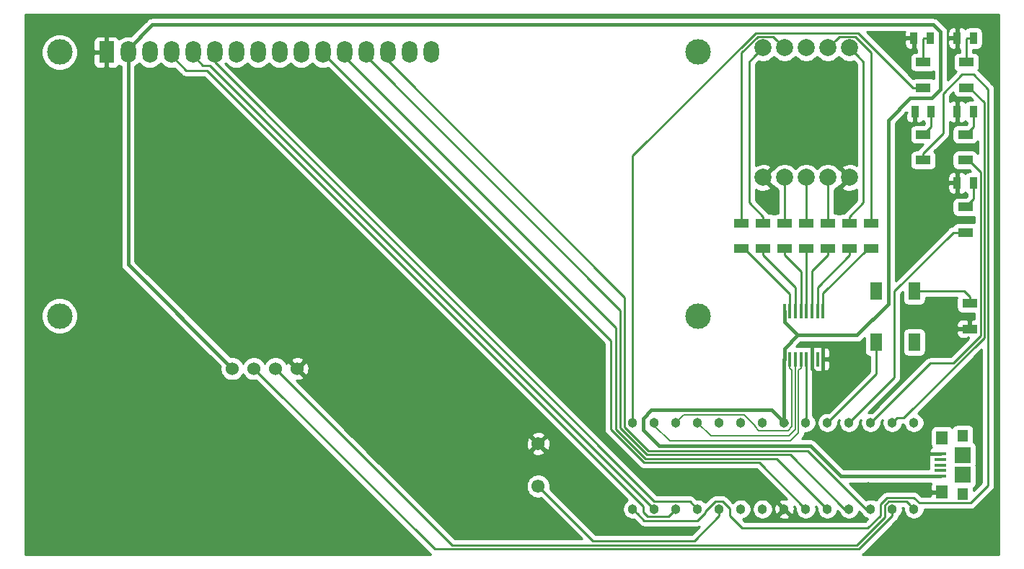
<source format=gbr>
G04 #@! TF.GenerationSoftware,KiCad,Pcbnew,(5.1.2)-1*
G04 #@! TF.CreationDate,2019-06-13T11:42:40+03:00*
G04 #@! TF.ProjectId,shema,7368656d-612e-46b6-9963-61645f706362,v.1.0*
G04 #@! TF.SameCoordinates,Original*
G04 #@! TF.FileFunction,Copper,L1,Top*
G04 #@! TF.FilePolarity,Positive*
%FSLAX46Y46*%
G04 Gerber Fmt 4.6, Leading zero omitted, Abs format (unit mm)*
G04 Created by KiCad (PCBNEW (5.1.2)-1) date 2019-06-13 11:42:40*
%MOMM*%
%LPD*%
G04 APERTURE LIST*
%ADD10C,1.133000*%
%ADD11R,1.800000X2.600000*%
%ADD12O,1.800000X2.600000*%
%ADD13C,3.000000*%
%ADD14R,1.800000X1.050000*%
%ADD15R,0.355600X1.676400*%
%ADD16C,2.000000*%
%ADD17R,0.900000X1.400000*%
%ADD18R,1.400000X2.100000*%
%ADD19R,1.900000X1.900000*%
%ADD20R,1.300000X1.450000*%
%ADD21R,1.400000X1.600000*%
%ADD22R,1.350000X0.400000*%
%ADD23C,1.550000*%
%ADD24C,1.530000*%
%ADD25C,0.800000*%
%ADD26C,0.400000*%
%ADD27C,0.250000*%
%ADD28C,0.200000*%
%ADD29C,0.254000*%
G04 APERTURE END LIST*
D10*
X196410000Y-112120000D03*
X193870000Y-112120000D03*
X191330000Y-112120000D03*
X188790000Y-112120000D03*
X186250000Y-112120000D03*
X183710000Y-112120000D03*
X181170000Y-112120000D03*
X178630000Y-112120000D03*
X176090000Y-112120000D03*
X173550000Y-112120000D03*
X171010000Y-112120000D03*
X168470000Y-112120000D03*
X165930000Y-112120000D03*
X163390000Y-112120000D03*
X163390000Y-122280000D03*
X165930000Y-122280000D03*
X168470000Y-122280000D03*
X171010000Y-122280000D03*
X173550000Y-122280000D03*
X176090000Y-122280000D03*
X178630000Y-122280000D03*
X181170000Y-122280000D03*
X183710000Y-122280000D03*
X186250000Y-122280000D03*
X188790000Y-122280000D03*
X191330000Y-122280000D03*
X193870000Y-122280000D03*
X196410000Y-122280000D03*
D11*
X101600000Y-68580000D03*
D12*
X104140000Y-68580000D03*
X106680000Y-68580000D03*
X109220000Y-68580000D03*
X111760000Y-68580000D03*
X114300000Y-68580000D03*
X116840000Y-68580000D03*
X119380000Y-68580000D03*
X121920000Y-68580000D03*
X124460000Y-68580000D03*
X127000000Y-68580000D03*
X129540000Y-68580000D03*
X132080000Y-68580000D03*
X134620000Y-68580000D03*
X137160000Y-68580000D03*
X139700000Y-68580000D03*
D13*
X96100900Y-68580000D03*
X96100900Y-99580700D03*
X171099480Y-99580700D03*
X171100000Y-68580000D03*
D14*
X176149000Y-91670000D03*
X176149000Y-88670000D03*
D15*
X181194281Y-104658160D03*
X181844279Y-104658160D03*
X182494281Y-104658160D03*
X183144279Y-104658160D03*
X183794278Y-104658160D03*
X184444279Y-104658160D03*
X185094278Y-104658160D03*
X185744279Y-104658160D03*
X185744279Y-99019360D03*
X185094281Y-99019360D03*
X184444279Y-99019360D03*
X183794281Y-99019360D03*
X183144282Y-99019360D03*
X182494281Y-99019360D03*
X181844282Y-99019360D03*
X181194281Y-99019360D03*
D16*
X178689000Y-68072000D03*
X181229000Y-68072000D03*
X183769000Y-68072000D03*
X186309000Y-68072000D03*
X188849000Y-68072000D03*
X188849000Y-83312000D03*
X186309000Y-83312000D03*
X183769000Y-83312000D03*
X181229000Y-83312000D03*
X178689000Y-83312000D03*
D17*
X203388000Y-83947000D03*
X201488000Y-83947000D03*
X203388000Y-66929000D03*
X201488000Y-66929000D03*
X198435000Y-75565000D03*
X196535000Y-75565000D03*
X198308000Y-66929000D03*
X196408000Y-66929000D03*
X203388000Y-75565000D03*
X201488000Y-75565000D03*
D14*
X197485000Y-81256000D03*
X197485000Y-78256000D03*
X202565000Y-72747000D03*
X202565000Y-69747000D03*
X197485000Y-72747000D03*
X197485000Y-69747000D03*
X183769000Y-91670000D03*
X183769000Y-88670000D03*
X202438000Y-89765000D03*
X202438000Y-86765000D03*
X186309000Y-91670000D03*
X186309000Y-88670000D03*
X191389000Y-91670000D03*
X191389000Y-88670000D03*
X202950000Y-98100000D03*
X202950000Y-101100000D03*
X188849000Y-91670000D03*
X188849000Y-88670000D03*
X178689000Y-91670000D03*
X178689000Y-88670000D03*
X202438000Y-81256000D03*
X202438000Y-78256000D03*
X181229000Y-91670000D03*
X181229000Y-88670000D03*
D18*
X191950000Y-102650000D03*
X191950000Y-96650000D03*
X196450000Y-102650000D03*
X196450000Y-96650000D03*
D19*
X202150000Y-115950000D03*
X202150000Y-118250000D03*
D20*
X202150000Y-113675000D03*
X202150000Y-120525000D03*
D21*
X199700000Y-113900000D03*
X199700000Y-120300000D03*
D22*
X199475000Y-115800000D03*
X199475000Y-116450000D03*
X199475000Y-117100000D03*
X199475000Y-117750000D03*
X199475000Y-118400000D03*
D23*
X152300000Y-119600000D03*
X152300000Y-114600000D03*
D24*
X116374001Y-105780001D03*
X123994001Y-105780001D03*
X121454001Y-105780001D03*
X118914001Y-105780001D03*
D25*
X190870000Y-105940000D03*
X186060000Y-110570000D03*
X187590000Y-103010000D03*
X188450000Y-117090000D03*
X197780000Y-117200000D03*
X197630000Y-110930000D03*
X191050000Y-119550000D03*
X205850000Y-127170000D03*
X202660000Y-122750000D03*
X206000000Y-64520000D03*
X204500000Y-70540000D03*
X202540000Y-65250000D03*
X92590000Y-64660000D03*
X92650000Y-79530000D03*
X92490000Y-98020000D03*
X92620000Y-116640000D03*
X102660000Y-127200000D03*
X122440000Y-127200000D03*
X200950000Y-97810000D03*
X200430000Y-103890000D03*
X194770000Y-94130000D03*
X194770000Y-77210000D03*
X193340000Y-66500000D03*
X199350000Y-80270000D03*
X178480000Y-70130000D03*
X178440000Y-81190000D03*
X189020000Y-81270000D03*
X188790000Y-70310000D03*
X105570000Y-70700000D03*
X105690000Y-86270000D03*
X116820000Y-104070000D03*
X127020000Y-108350000D03*
X144760000Y-124780000D03*
X158790000Y-118470000D03*
X138120000Y-98020000D03*
X120170000Y-80070000D03*
X118210000Y-71330000D03*
X136880000Y-90190000D03*
X177450000Y-118020000D03*
X166880000Y-120190000D03*
X158800000Y-103390000D03*
X137790000Y-81930000D03*
D26*
X199475000Y-115800000D02*
X198400000Y-115800000D01*
X184444279Y-104658160D02*
X184444279Y-102944279D01*
X184444279Y-105834163D02*
X185260000Y-106649884D01*
X184444279Y-104658160D02*
X184444279Y-105834163D01*
X185722079Y-103842079D02*
X185722079Y-102942079D01*
X185744279Y-104658160D02*
X185744279Y-103864279D01*
X185744279Y-103864279D02*
X185722079Y-103842079D01*
X185744279Y-105475721D02*
X185740000Y-105480000D01*
X185744279Y-104658160D02*
X185744279Y-105475721D01*
X185744279Y-105896360D02*
X185740000Y-105900639D01*
X185744279Y-104658160D02*
X185744279Y-105896360D01*
D27*
X153074999Y-120374999D02*
X152300000Y-119600000D01*
X158700000Y-126000000D02*
X153074999Y-120374999D01*
X170631151Y-126000000D02*
X158700000Y-126000000D01*
X173550000Y-122280000D02*
X173550000Y-123081151D01*
X173550000Y-123081151D02*
X170631151Y-126000000D01*
X197608000Y-66929000D02*
X198308000Y-66929000D01*
X197485000Y-67052000D02*
X197608000Y-66929000D01*
X197485000Y-69747000D02*
X197485000Y-67052000D01*
X198435000Y-77306000D02*
X197485000Y-78256000D01*
X198435000Y-75565000D02*
X198435000Y-77306000D01*
X202688000Y-66929000D02*
X203388000Y-66929000D01*
X202565000Y-67052000D02*
X202688000Y-66929000D01*
X202565000Y-69620000D02*
X202565000Y-67052000D01*
X203388000Y-77306000D02*
X202438000Y-78256000D01*
X203388000Y-75565000D02*
X203388000Y-77306000D01*
X203388000Y-85815000D02*
X202438000Y-86765000D01*
X203388000Y-83947000D02*
X203388000Y-85815000D01*
D26*
X181194281Y-112095719D02*
X181170000Y-112120000D01*
X199289998Y-118400000D02*
X199475000Y-118400000D01*
X181520000Y-112120000D02*
X181170000Y-112120000D01*
X104140000Y-93546000D02*
X116374001Y-105780001D01*
X104140000Y-68580000D02*
X104140000Y-93546000D01*
X180603501Y-111553501D02*
X181170000Y-112120000D01*
X179700000Y-110650000D02*
X180603501Y-111553501D01*
X199475000Y-118400000D02*
X187800000Y-118400000D01*
X187800000Y-118400000D02*
X184250000Y-114850000D01*
X184250000Y-114850000D02*
X166500000Y-114850000D01*
X165600000Y-110650000D02*
X179700000Y-110650000D01*
X166500000Y-114850000D02*
X164600000Y-112950000D01*
X164600000Y-112950000D02*
X164600000Y-111650000D01*
X164600000Y-111650000D02*
X165600000Y-110650000D01*
X181170000Y-104682441D02*
X181194281Y-104658160D01*
X181170000Y-112120000D02*
X181170000Y-104682441D01*
X106970000Y-65350000D02*
X104140000Y-68180000D01*
X199550000Y-72917002D02*
X199550000Y-66210998D01*
X104140000Y-68180000D02*
X104140000Y-68580000D01*
X198517002Y-73950000D02*
X199550000Y-72917002D01*
X195997000Y-73950000D02*
X198517002Y-73950000D01*
X181194281Y-103419960D02*
X182764241Y-101850000D01*
X181194281Y-104658160D02*
X181194281Y-103419960D01*
X182764241Y-101850000D02*
X189700000Y-101850000D01*
X199550000Y-66210998D02*
X198689002Y-65350000D01*
X189700000Y-101850000D02*
X193400000Y-98150000D01*
X198689002Y-65350000D02*
X106970000Y-65350000D01*
X193400000Y-98150000D02*
X193400000Y-76547000D01*
X193400000Y-76547000D02*
X195997000Y-73950000D01*
X181194281Y-100280040D02*
X181194281Y-99019360D01*
X182764241Y-101850000D02*
X181194281Y-100280040D01*
D27*
X185744279Y-97931160D02*
X185744279Y-99019360D01*
X185744279Y-96939721D02*
X185744279Y-97931160D01*
X191014000Y-91670000D02*
X185744279Y-96939721D01*
X191389000Y-91670000D02*
X191014000Y-91670000D01*
X187308999Y-67072001D02*
X186309000Y-68072000D01*
X187634001Y-66746999D02*
X187308999Y-67072001D01*
X189485001Y-66746999D02*
X187634001Y-66746999D01*
X191389000Y-68650998D02*
X189485001Y-66746999D01*
X191389000Y-88670000D02*
X191389000Y-68650998D01*
X188849000Y-88670000D02*
X189224000Y-88670000D01*
X189848999Y-69071999D02*
X188849000Y-68072000D01*
X190474001Y-69697001D02*
X189848999Y-69071999D01*
X190474001Y-86269999D02*
X190474001Y-69697001D01*
X188849000Y-87895000D02*
X190474001Y-86269999D01*
X188849000Y-88670000D02*
X188849000Y-87895000D01*
X185094281Y-97931160D02*
X185094281Y-99019360D01*
X185094281Y-96199719D02*
X185094281Y-97931160D01*
X188849000Y-92445000D02*
X185094281Y-96199719D01*
X188849000Y-91670000D02*
X188849000Y-92445000D01*
X184444279Y-97931160D02*
X184444279Y-99019360D01*
X184444279Y-94309721D02*
X184444279Y-97931160D01*
X186309000Y-92445000D02*
X184444279Y-94309721D01*
X186309000Y-91670000D02*
X186309000Y-92445000D01*
X186309000Y-88670000D02*
X186309000Y-83312000D01*
X183769000Y-88670000D02*
X183769000Y-83312000D01*
X183769000Y-98994079D02*
X183794281Y-99019360D01*
X183769000Y-91670000D02*
X183769000Y-98994079D01*
X183144282Y-97931160D02*
X183144282Y-99019360D01*
X183144282Y-94360282D02*
X183144282Y-97931160D01*
X181229000Y-92445000D02*
X183144282Y-94360282D01*
X181229000Y-91670000D02*
X181229000Y-92445000D01*
X181229000Y-87895000D02*
X181229000Y-83312000D01*
X181229000Y-88670000D02*
X181229000Y-87895000D01*
X180229001Y-67072001D02*
X181229000Y-68072000D01*
X179903999Y-66746999D02*
X180229001Y-67072001D01*
X178052999Y-66746999D02*
X179903999Y-66746999D01*
X176149000Y-68650998D02*
X178052999Y-66746999D01*
X176149000Y-88670000D02*
X176149000Y-68650998D01*
X181844282Y-98140282D02*
X181844282Y-99019360D01*
X181844282Y-97931160D02*
X181844282Y-99019360D01*
X181844282Y-96990282D02*
X181844282Y-97931160D01*
X176524000Y-91670000D02*
X181844282Y-96990282D01*
X176149000Y-91670000D02*
X176524000Y-91670000D01*
X177689001Y-69071999D02*
X178689000Y-68072000D01*
X177063999Y-69697001D02*
X177689001Y-69071999D01*
X177063999Y-86269999D02*
X177063999Y-69697001D01*
X178689000Y-87895000D02*
X177063999Y-86269999D01*
X178689000Y-88670000D02*
X178689000Y-87895000D01*
X182494281Y-97931160D02*
X182494281Y-99019360D01*
X182494281Y-96250281D02*
X182494281Y-97931160D01*
X178689000Y-92445000D02*
X182494281Y-96250281D01*
X178689000Y-91670000D02*
X178689000Y-92445000D01*
X163390000Y-111318849D02*
X163390000Y-112120000D01*
X163390000Y-80773588D02*
X163390000Y-111318849D01*
X177866598Y-66296990D02*
X163390000Y-80773588D01*
X189884989Y-66296989D02*
X177866598Y-66296990D01*
X197485000Y-72747000D02*
X196335000Y-72747000D01*
X196335000Y-72747000D02*
X189884989Y-66296989D01*
X205125021Y-72925021D02*
X205125021Y-119509981D01*
X196387911Y-120938489D02*
X193255678Y-120938490D01*
X191000000Y-124500000D02*
X176233580Y-124500000D01*
X203060001Y-121575001D02*
X197024423Y-121575001D01*
X193255678Y-120938490D02*
X192450000Y-121744168D01*
X192450000Y-121744168D02*
X192450000Y-123050000D01*
X192450000Y-123050000D02*
X191000000Y-124500000D01*
X176233580Y-124500000D02*
X174800000Y-123066420D01*
X164731511Y-123621511D02*
X163956499Y-122846499D01*
X205125021Y-119509981D02*
X203060001Y-121575001D01*
X171901501Y-122707921D02*
X170987911Y-123621511D01*
X173111501Y-121388499D02*
X171901501Y-122598499D01*
X174800000Y-122210578D02*
X173977921Y-121388499D01*
X174800000Y-123066420D02*
X174800000Y-122210578D01*
X203400000Y-71200000D02*
X205125021Y-72925021D01*
X202080190Y-71200000D02*
X203400000Y-71200000D01*
X199850000Y-73430190D02*
X202080190Y-71200000D01*
X173977921Y-121388499D02*
X173111501Y-121388499D01*
X163956499Y-122846499D02*
X163390000Y-122280000D01*
X199850000Y-78116000D02*
X199850000Y-73430190D01*
X197485000Y-81256000D02*
X197485000Y-80481000D01*
X171901501Y-122598499D02*
X171901501Y-122707921D01*
X197485000Y-80481000D02*
X199850000Y-78116000D01*
X170987911Y-123621511D02*
X164731511Y-123621511D01*
X197024423Y-121575001D02*
X196387911Y-120938489D01*
X194436499Y-111553501D02*
X195232911Y-111553501D01*
X193870000Y-112120000D02*
X194436499Y-111553501D01*
X195232911Y-111553501D02*
X204675011Y-102111401D01*
X204675011Y-102111401D02*
X204675011Y-74482011D01*
X204675011Y-74482011D02*
X202940000Y-72747000D01*
X202940000Y-72747000D02*
X202565000Y-72747000D01*
X202813000Y-81256000D02*
X202438000Y-81256000D01*
X204225001Y-82668001D02*
X202813000Y-81256000D01*
X204225001Y-101925001D02*
X204225001Y-82668001D01*
X201000002Y-105150000D02*
X204225001Y-101925001D01*
X198300000Y-105150000D02*
X201000002Y-105150000D01*
X191330000Y-112120000D02*
X198300000Y-105150000D01*
X194100000Y-96664998D02*
X194100000Y-106810000D01*
X202438000Y-89765000D02*
X200999998Y-89765000D01*
X200999998Y-89765000D02*
X194100000Y-96664998D01*
X189356499Y-111553501D02*
X188790000Y-112120000D01*
X194100000Y-106810000D02*
X189356499Y-111553501D01*
X202950000Y-97325000D02*
X202950000Y-98100000D01*
X202275000Y-96650000D02*
X202950000Y-97325000D01*
X196450000Y-96650000D02*
X202275000Y-96650000D01*
X191950000Y-106420000D02*
X191950000Y-102650000D01*
X186250000Y-112120000D02*
X191950000Y-106420000D01*
D28*
X172590000Y-113700000D02*
X171010000Y-112120000D01*
X181700000Y-113700000D02*
X172590000Y-113700000D01*
X182468489Y-112931511D02*
X181700000Y-113700000D01*
X182468489Y-105722152D02*
X182468489Y-112931511D01*
X182494281Y-105696360D02*
X182494281Y-104658160D01*
X182468489Y-105722152D02*
X182494281Y-105696360D01*
D27*
X111760000Y-68980000D02*
X111760000Y-68580000D01*
X112910000Y-70130000D02*
X111760000Y-68980000D01*
X113730000Y-70130000D02*
X112910000Y-70130000D01*
X165930000Y-122280000D02*
X165880000Y-122280000D01*
X165880000Y-122280000D02*
X113730000Y-70130000D01*
X109220000Y-68980000D02*
X109220000Y-68580000D01*
X110990000Y-70750000D02*
X109220000Y-68980000D01*
X167578499Y-123171501D02*
X165171501Y-123171501D01*
X168470000Y-122280000D02*
X167578499Y-123171501D01*
X165171501Y-123171501D02*
X164650000Y-122650000D01*
X164650000Y-122650000D02*
X164650000Y-122000000D01*
X164650000Y-122000000D02*
X113400000Y-70750000D01*
X113400000Y-70750000D02*
X110990000Y-70750000D01*
X114300000Y-69750000D02*
X114300000Y-68580000D01*
X165938499Y-121388499D02*
X114300000Y-69750000D01*
X171010000Y-122280000D02*
X170118499Y-121388499D01*
X170118499Y-121388499D02*
X165938499Y-121388499D01*
X127000000Y-68700000D02*
X127000000Y-68580000D01*
X160800000Y-102500000D02*
X127000000Y-68700000D01*
X160800000Y-112909230D02*
X160800000Y-102500000D01*
X164690770Y-116800000D02*
X160800000Y-112909230D01*
X183710000Y-122280000D02*
X178230000Y-116800000D01*
X178230000Y-116800000D02*
X164690770Y-116800000D01*
X129540000Y-69140000D02*
X129540000Y-68580000D01*
X161400000Y-101000000D02*
X129540000Y-69140000D01*
X161400000Y-112872820D02*
X161400000Y-101000000D01*
X164877180Y-116350000D02*
X161400000Y-112872820D01*
X186250000Y-122280000D02*
X180320000Y-116350000D01*
X180320000Y-116350000D02*
X164877180Y-116350000D01*
X132080000Y-69080000D02*
X132080000Y-68580000D01*
X188280000Y-122280000D02*
X181900000Y-115900000D01*
X188790000Y-122280000D02*
X188280000Y-122280000D01*
X165063590Y-115900000D02*
X161900000Y-112736410D01*
X181900000Y-115900000D02*
X165063590Y-115900000D01*
X161900000Y-112736410D02*
X161900000Y-98900000D01*
X161900000Y-98900000D02*
X132080000Y-69080000D01*
X134620000Y-69570000D02*
X134620000Y-68580000D01*
X190780000Y-122280000D02*
X183950000Y-115450000D01*
X191330000Y-122280000D02*
X190780000Y-122280000D01*
X183950000Y-115450000D02*
X165250000Y-115450000D01*
X165250000Y-115450000D02*
X162450000Y-112650000D01*
X162450000Y-112650000D02*
X162450000Y-97400000D01*
X162450000Y-97400000D02*
X134620000Y-69570000D01*
X140134000Y-127000000D02*
X119679000Y-106545000D01*
X119679000Y-106545000D02*
X118914001Y-105780001D01*
X189951151Y-127000000D02*
X140134000Y-127000000D01*
X193870000Y-123081151D02*
X189951151Y-127000000D01*
X193870000Y-122280000D02*
X193870000Y-123081151D01*
X193442079Y-121388499D02*
X195518499Y-121388499D01*
X195518499Y-121388499D02*
X195843501Y-121713501D01*
X192978499Y-123271501D02*
X192978499Y-121852079D01*
X189700000Y-126550000D02*
X192978499Y-123271501D01*
X142224000Y-126550000D02*
X189700000Y-126550000D01*
X195843501Y-121713501D02*
X196410000Y-122280000D01*
X192978499Y-121852079D02*
X193442079Y-121388499D01*
X121454001Y-105780001D02*
X142224000Y-126550000D01*
D28*
X165930000Y-112480000D02*
X167750000Y-114300000D01*
X165930000Y-112120000D02*
X165930000Y-112480000D01*
X167750000Y-114300000D02*
X181900000Y-114300000D01*
X183144279Y-105696360D02*
X183144279Y-104658160D01*
X181900000Y-114300000D02*
X182843499Y-113356501D01*
X182843499Y-113356501D02*
X182843499Y-105997140D01*
X182843499Y-105997140D02*
X183144279Y-105696360D01*
X181844279Y-105696360D02*
X181844279Y-104658160D01*
X182086501Y-105938582D02*
X181844279Y-105696360D01*
X182086501Y-112559921D02*
X182086501Y-105938582D01*
X181609921Y-113036501D02*
X182086501Y-112559921D01*
X178190079Y-113036501D02*
X181609921Y-113036501D01*
X177713499Y-112559921D02*
X178190079Y-113036501D01*
X177713499Y-112461077D02*
X177713499Y-112559921D01*
X176505921Y-111253499D02*
X177713499Y-112461077D01*
X169336501Y-111253499D02*
X176505921Y-111253499D01*
X168470000Y-112120000D02*
X169336501Y-111253499D01*
D27*
X183794278Y-112035722D02*
X183710000Y-112120000D01*
X183794278Y-104658160D02*
X183794278Y-112035722D01*
D29*
G36*
X206350000Y-127610000D02*
G01*
X190405858Y-127610000D01*
X190491152Y-127540001D01*
X190514955Y-127510997D01*
X194381008Y-123644946D01*
X194410001Y-123621152D01*
X194433795Y-123592159D01*
X194433799Y-123592155D01*
X194504973Y-123505428D01*
X194504974Y-123505427D01*
X194575546Y-123373398D01*
X194619003Y-123230137D01*
X194619591Y-123224172D01*
X194635912Y-123213266D01*
X194803266Y-123045912D01*
X194934756Y-122849124D01*
X195025327Y-122630465D01*
X195071500Y-122398337D01*
X195071500Y-122161663D01*
X195068882Y-122148499D01*
X195203698Y-122148499D01*
X195209887Y-122154688D01*
X195208500Y-122161663D01*
X195208500Y-122398337D01*
X195254673Y-122630465D01*
X195345244Y-122849124D01*
X195476734Y-123045912D01*
X195644088Y-123213266D01*
X195840876Y-123344756D01*
X196059535Y-123435327D01*
X196291663Y-123481500D01*
X196528337Y-123481500D01*
X196760465Y-123435327D01*
X196979124Y-123344756D01*
X197175912Y-123213266D01*
X197343266Y-123045912D01*
X197474756Y-122849124D01*
X197565327Y-122630465D01*
X197611500Y-122398337D01*
X197611500Y-122335001D01*
X203022679Y-122335001D01*
X203060001Y-122338677D01*
X203097323Y-122335001D01*
X203097334Y-122335001D01*
X203208987Y-122324004D01*
X203352248Y-122280547D01*
X203484277Y-122209975D01*
X203600002Y-122115002D01*
X203623805Y-122085998D01*
X205636024Y-120073780D01*
X205665022Y-120049982D01*
X205759995Y-119934257D01*
X205830567Y-119802228D01*
X205874024Y-119658967D01*
X205885021Y-119547314D01*
X205885021Y-119547305D01*
X205888697Y-119509982D01*
X205885021Y-119472659D01*
X205885021Y-72962343D01*
X205888697Y-72925020D01*
X205885021Y-72887697D01*
X205885021Y-72887688D01*
X205874024Y-72776035D01*
X205830567Y-72632774D01*
X205759996Y-72500746D01*
X205759995Y-72500744D01*
X205688820Y-72414018D01*
X205665022Y-72385020D01*
X205636025Y-72361223D01*
X203963804Y-70689003D01*
X203954021Y-70677082D01*
X203995537Y-70626494D01*
X204054502Y-70516180D01*
X204090812Y-70396482D01*
X204103072Y-70272000D01*
X204103072Y-69222000D01*
X204090812Y-69097518D01*
X204054502Y-68977820D01*
X203995537Y-68867506D01*
X203916185Y-68770815D01*
X203819494Y-68691463D01*
X203709180Y-68632498D01*
X203589482Y-68596188D01*
X203465000Y-68583928D01*
X203325000Y-68583928D01*
X203325000Y-68267072D01*
X203838000Y-68267072D01*
X203962482Y-68254812D01*
X204082180Y-68218502D01*
X204192494Y-68159537D01*
X204289185Y-68080185D01*
X204368537Y-67983494D01*
X204427502Y-67873180D01*
X204463812Y-67753482D01*
X204476072Y-67629000D01*
X204476072Y-66229000D01*
X204463812Y-66104518D01*
X204427502Y-65984820D01*
X204368537Y-65874506D01*
X204289185Y-65777815D01*
X204192494Y-65698463D01*
X204082180Y-65639498D01*
X203962482Y-65603188D01*
X203838000Y-65590928D01*
X202938000Y-65590928D01*
X202813518Y-65603188D01*
X202693820Y-65639498D01*
X202583506Y-65698463D01*
X202486815Y-65777815D01*
X202438000Y-65837296D01*
X202389185Y-65777815D01*
X202292494Y-65698463D01*
X202182180Y-65639498D01*
X202062482Y-65603188D01*
X201938000Y-65590928D01*
X201773750Y-65594000D01*
X201615000Y-65752750D01*
X201615000Y-66802000D01*
X201635000Y-66802000D01*
X201635000Y-67056000D01*
X201615000Y-67056000D01*
X201615000Y-68105250D01*
X201773750Y-68264000D01*
X201805001Y-68264584D01*
X201805000Y-68583928D01*
X201665000Y-68583928D01*
X201540518Y-68596188D01*
X201420820Y-68632498D01*
X201310506Y-68691463D01*
X201213815Y-68770815D01*
X201134463Y-68867506D01*
X201075498Y-68977820D01*
X201039188Y-69097518D01*
X201026928Y-69222000D01*
X201026928Y-70272000D01*
X201039188Y-70396482D01*
X201075498Y-70516180D01*
X201134463Y-70626494D01*
X201213815Y-70723185D01*
X201310506Y-70802537D01*
X201370684Y-70834704D01*
X200385000Y-71820389D01*
X200385000Y-67629000D01*
X200399928Y-67629000D01*
X200412188Y-67753482D01*
X200448498Y-67873180D01*
X200507463Y-67983494D01*
X200586815Y-68080185D01*
X200683506Y-68159537D01*
X200793820Y-68218502D01*
X200913518Y-68254812D01*
X201038000Y-68267072D01*
X201202250Y-68264000D01*
X201361000Y-68105250D01*
X201361000Y-67056000D01*
X200561750Y-67056000D01*
X200403000Y-67214750D01*
X200399928Y-67629000D01*
X200385000Y-67629000D01*
X200385000Y-66252016D01*
X200387266Y-66229000D01*
X200399928Y-66229000D01*
X200403000Y-66643250D01*
X200561750Y-66802000D01*
X201361000Y-66802000D01*
X201361000Y-65752750D01*
X201202250Y-65594000D01*
X201038000Y-65590928D01*
X200913518Y-65603188D01*
X200793820Y-65639498D01*
X200683506Y-65698463D01*
X200586815Y-65777815D01*
X200507463Y-65874506D01*
X200448498Y-65984820D01*
X200412188Y-66104518D01*
X200399928Y-66229000D01*
X200387266Y-66229000D01*
X200389040Y-66210997D01*
X200372918Y-66047309D01*
X200325172Y-65889911D01*
X200247636Y-65744852D01*
X200238065Y-65733190D01*
X200143291Y-65617707D01*
X200111426Y-65591556D01*
X199308448Y-64788579D01*
X199282293Y-64756709D01*
X199155148Y-64652364D01*
X199010089Y-64574828D01*
X198852691Y-64527082D01*
X198730021Y-64515000D01*
X198730020Y-64515000D01*
X198689002Y-64510960D01*
X198647984Y-64515000D01*
X107011007Y-64515000D01*
X106969999Y-64510961D01*
X106928991Y-64515000D01*
X106928981Y-64515000D01*
X106806311Y-64527082D01*
X106648913Y-64574828D01*
X106503854Y-64652364D01*
X106376709Y-64756709D01*
X106350559Y-64788573D01*
X104464705Y-66674428D01*
X104440912Y-66667210D01*
X104140000Y-66637573D01*
X103839087Y-66667210D01*
X103549739Y-66754983D01*
X103283073Y-66897519D01*
X103094495Y-67052280D01*
X103089502Y-67035820D01*
X103030537Y-66925506D01*
X102951185Y-66828815D01*
X102854494Y-66749463D01*
X102744180Y-66690498D01*
X102624482Y-66654188D01*
X102500000Y-66641928D01*
X101885750Y-66645000D01*
X101727000Y-66803750D01*
X101727000Y-68453000D01*
X101747000Y-68453000D01*
X101747000Y-68707000D01*
X101727000Y-68707000D01*
X101727000Y-70356250D01*
X101885750Y-70515000D01*
X102500000Y-70518072D01*
X102624482Y-70505812D01*
X102744180Y-70469502D01*
X102854494Y-70410537D01*
X102951185Y-70331185D01*
X103030537Y-70234494D01*
X103089502Y-70124180D01*
X103094495Y-70107720D01*
X103283074Y-70262481D01*
X103305000Y-70274201D01*
X103305001Y-93504971D01*
X103300960Y-93546000D01*
X103317082Y-93709688D01*
X103364828Y-93867086D01*
X103442364Y-94012145D01*
X103446738Y-94017475D01*
X103546710Y-94139291D01*
X103578574Y-94165441D01*
X114987480Y-105574348D01*
X114974001Y-105642113D01*
X114974001Y-105917889D01*
X115027802Y-106188366D01*
X115133337Y-106443150D01*
X115286550Y-106672449D01*
X115481553Y-106867452D01*
X115710852Y-107020665D01*
X115965636Y-107126200D01*
X116236113Y-107180001D01*
X116511889Y-107180001D01*
X116782366Y-107126200D01*
X117037150Y-107020665D01*
X117266449Y-106867452D01*
X117461452Y-106672449D01*
X117614665Y-106443150D01*
X117644001Y-106372327D01*
X117673337Y-106443150D01*
X117826550Y-106672449D01*
X118021553Y-106867452D01*
X118250852Y-107020665D01*
X118505636Y-107126200D01*
X118776113Y-107180001D01*
X119051889Y-107180001D01*
X119208123Y-107148924D01*
X139570205Y-127511008D01*
X139593999Y-127540001D01*
X139622992Y-127563795D01*
X139622996Y-127563799D01*
X139679293Y-127610000D01*
X92100000Y-127610000D01*
X92100000Y-99370421D01*
X93965900Y-99370421D01*
X93965900Y-99790979D01*
X94047947Y-100203456D01*
X94208888Y-100592002D01*
X94442537Y-100941683D01*
X94739917Y-101239063D01*
X95089598Y-101472712D01*
X95478144Y-101633653D01*
X95890621Y-101715700D01*
X96311179Y-101715700D01*
X96723656Y-101633653D01*
X97112202Y-101472712D01*
X97461883Y-101239063D01*
X97759263Y-100941683D01*
X97992912Y-100592002D01*
X98153853Y-100203456D01*
X98235900Y-99790979D01*
X98235900Y-99370421D01*
X98153853Y-98957944D01*
X97992912Y-98569398D01*
X97759263Y-98219717D01*
X97461883Y-97922337D01*
X97112202Y-97688688D01*
X96723656Y-97527747D01*
X96311179Y-97445700D01*
X95890621Y-97445700D01*
X95478144Y-97527747D01*
X95089598Y-97688688D01*
X94739917Y-97922337D01*
X94442537Y-98219717D01*
X94208888Y-98569398D01*
X94047947Y-98957944D01*
X93965900Y-99370421D01*
X92100000Y-99370421D01*
X92100000Y-68369721D01*
X93965900Y-68369721D01*
X93965900Y-68790279D01*
X94047947Y-69202756D01*
X94208888Y-69591302D01*
X94442537Y-69940983D01*
X94739917Y-70238363D01*
X95089598Y-70472012D01*
X95478144Y-70632953D01*
X95890621Y-70715000D01*
X96311179Y-70715000D01*
X96723656Y-70632953D01*
X97112202Y-70472012D01*
X97461883Y-70238363D01*
X97759263Y-69940983D01*
X97800010Y-69880000D01*
X100061928Y-69880000D01*
X100074188Y-70004482D01*
X100110498Y-70124180D01*
X100169463Y-70234494D01*
X100248815Y-70331185D01*
X100345506Y-70410537D01*
X100455820Y-70469502D01*
X100575518Y-70505812D01*
X100700000Y-70518072D01*
X101314250Y-70515000D01*
X101473000Y-70356250D01*
X101473000Y-68707000D01*
X100223750Y-68707000D01*
X100065000Y-68865750D01*
X100061928Y-69880000D01*
X97800010Y-69880000D01*
X97992912Y-69591302D01*
X98153853Y-69202756D01*
X98235900Y-68790279D01*
X98235900Y-68369721D01*
X98153853Y-67957244D01*
X97992912Y-67568698D01*
X97800011Y-67280000D01*
X100061928Y-67280000D01*
X100065000Y-68294250D01*
X100223750Y-68453000D01*
X101473000Y-68453000D01*
X101473000Y-66803750D01*
X101314250Y-66645000D01*
X100700000Y-66641928D01*
X100575518Y-66654188D01*
X100455820Y-66690498D01*
X100345506Y-66749463D01*
X100248815Y-66828815D01*
X100169463Y-66925506D01*
X100110498Y-67035820D01*
X100074188Y-67155518D01*
X100061928Y-67280000D01*
X97800011Y-67280000D01*
X97759263Y-67219017D01*
X97461883Y-66921637D01*
X97112202Y-66687988D01*
X96723656Y-66527047D01*
X96311179Y-66445000D01*
X95890621Y-66445000D01*
X95478144Y-66527047D01*
X95089598Y-66687988D01*
X94739917Y-66921637D01*
X94442537Y-67219017D01*
X94208888Y-67568698D01*
X94047947Y-67957244D01*
X93965900Y-68369721D01*
X92100000Y-68369721D01*
X92100000Y-64160000D01*
X206350001Y-64160000D01*
X206350000Y-127610000D01*
X206350000Y-127610000D01*
G37*
X206350000Y-127610000D02*
X190405858Y-127610000D01*
X190491152Y-127540001D01*
X190514955Y-127510997D01*
X194381008Y-123644946D01*
X194410001Y-123621152D01*
X194433795Y-123592159D01*
X194433799Y-123592155D01*
X194504973Y-123505428D01*
X194504974Y-123505427D01*
X194575546Y-123373398D01*
X194619003Y-123230137D01*
X194619591Y-123224172D01*
X194635912Y-123213266D01*
X194803266Y-123045912D01*
X194934756Y-122849124D01*
X195025327Y-122630465D01*
X195071500Y-122398337D01*
X195071500Y-122161663D01*
X195068882Y-122148499D01*
X195203698Y-122148499D01*
X195209887Y-122154688D01*
X195208500Y-122161663D01*
X195208500Y-122398337D01*
X195254673Y-122630465D01*
X195345244Y-122849124D01*
X195476734Y-123045912D01*
X195644088Y-123213266D01*
X195840876Y-123344756D01*
X196059535Y-123435327D01*
X196291663Y-123481500D01*
X196528337Y-123481500D01*
X196760465Y-123435327D01*
X196979124Y-123344756D01*
X197175912Y-123213266D01*
X197343266Y-123045912D01*
X197474756Y-122849124D01*
X197565327Y-122630465D01*
X197611500Y-122398337D01*
X197611500Y-122335001D01*
X203022679Y-122335001D01*
X203060001Y-122338677D01*
X203097323Y-122335001D01*
X203097334Y-122335001D01*
X203208987Y-122324004D01*
X203352248Y-122280547D01*
X203484277Y-122209975D01*
X203600002Y-122115002D01*
X203623805Y-122085998D01*
X205636024Y-120073780D01*
X205665022Y-120049982D01*
X205759995Y-119934257D01*
X205830567Y-119802228D01*
X205874024Y-119658967D01*
X205885021Y-119547314D01*
X205885021Y-119547305D01*
X205888697Y-119509982D01*
X205885021Y-119472659D01*
X205885021Y-72962343D01*
X205888697Y-72925020D01*
X205885021Y-72887697D01*
X205885021Y-72887688D01*
X205874024Y-72776035D01*
X205830567Y-72632774D01*
X205759996Y-72500746D01*
X205759995Y-72500744D01*
X205688820Y-72414018D01*
X205665022Y-72385020D01*
X205636025Y-72361223D01*
X203963804Y-70689003D01*
X203954021Y-70677082D01*
X203995537Y-70626494D01*
X204054502Y-70516180D01*
X204090812Y-70396482D01*
X204103072Y-70272000D01*
X204103072Y-69222000D01*
X204090812Y-69097518D01*
X204054502Y-68977820D01*
X203995537Y-68867506D01*
X203916185Y-68770815D01*
X203819494Y-68691463D01*
X203709180Y-68632498D01*
X203589482Y-68596188D01*
X203465000Y-68583928D01*
X203325000Y-68583928D01*
X203325000Y-68267072D01*
X203838000Y-68267072D01*
X203962482Y-68254812D01*
X204082180Y-68218502D01*
X204192494Y-68159537D01*
X204289185Y-68080185D01*
X204368537Y-67983494D01*
X204427502Y-67873180D01*
X204463812Y-67753482D01*
X204476072Y-67629000D01*
X204476072Y-66229000D01*
X204463812Y-66104518D01*
X204427502Y-65984820D01*
X204368537Y-65874506D01*
X204289185Y-65777815D01*
X204192494Y-65698463D01*
X204082180Y-65639498D01*
X203962482Y-65603188D01*
X203838000Y-65590928D01*
X202938000Y-65590928D01*
X202813518Y-65603188D01*
X202693820Y-65639498D01*
X202583506Y-65698463D01*
X202486815Y-65777815D01*
X202438000Y-65837296D01*
X202389185Y-65777815D01*
X202292494Y-65698463D01*
X202182180Y-65639498D01*
X202062482Y-65603188D01*
X201938000Y-65590928D01*
X201773750Y-65594000D01*
X201615000Y-65752750D01*
X201615000Y-66802000D01*
X201635000Y-66802000D01*
X201635000Y-67056000D01*
X201615000Y-67056000D01*
X201615000Y-68105250D01*
X201773750Y-68264000D01*
X201805001Y-68264584D01*
X201805000Y-68583928D01*
X201665000Y-68583928D01*
X201540518Y-68596188D01*
X201420820Y-68632498D01*
X201310506Y-68691463D01*
X201213815Y-68770815D01*
X201134463Y-68867506D01*
X201075498Y-68977820D01*
X201039188Y-69097518D01*
X201026928Y-69222000D01*
X201026928Y-70272000D01*
X201039188Y-70396482D01*
X201075498Y-70516180D01*
X201134463Y-70626494D01*
X201213815Y-70723185D01*
X201310506Y-70802537D01*
X201370684Y-70834704D01*
X200385000Y-71820389D01*
X200385000Y-67629000D01*
X200399928Y-67629000D01*
X200412188Y-67753482D01*
X200448498Y-67873180D01*
X200507463Y-67983494D01*
X200586815Y-68080185D01*
X200683506Y-68159537D01*
X200793820Y-68218502D01*
X200913518Y-68254812D01*
X201038000Y-68267072D01*
X201202250Y-68264000D01*
X201361000Y-68105250D01*
X201361000Y-67056000D01*
X200561750Y-67056000D01*
X200403000Y-67214750D01*
X200399928Y-67629000D01*
X200385000Y-67629000D01*
X200385000Y-66252016D01*
X200387266Y-66229000D01*
X200399928Y-66229000D01*
X200403000Y-66643250D01*
X200561750Y-66802000D01*
X201361000Y-66802000D01*
X201361000Y-65752750D01*
X201202250Y-65594000D01*
X201038000Y-65590928D01*
X200913518Y-65603188D01*
X200793820Y-65639498D01*
X200683506Y-65698463D01*
X200586815Y-65777815D01*
X200507463Y-65874506D01*
X200448498Y-65984820D01*
X200412188Y-66104518D01*
X200399928Y-66229000D01*
X200387266Y-66229000D01*
X200389040Y-66210997D01*
X200372918Y-66047309D01*
X200325172Y-65889911D01*
X200247636Y-65744852D01*
X200238065Y-65733190D01*
X200143291Y-65617707D01*
X200111426Y-65591556D01*
X199308448Y-64788579D01*
X199282293Y-64756709D01*
X199155148Y-64652364D01*
X199010089Y-64574828D01*
X198852691Y-64527082D01*
X198730021Y-64515000D01*
X198730020Y-64515000D01*
X198689002Y-64510960D01*
X198647984Y-64515000D01*
X107011007Y-64515000D01*
X106969999Y-64510961D01*
X106928991Y-64515000D01*
X106928981Y-64515000D01*
X106806311Y-64527082D01*
X106648913Y-64574828D01*
X106503854Y-64652364D01*
X106376709Y-64756709D01*
X106350559Y-64788573D01*
X104464705Y-66674428D01*
X104440912Y-66667210D01*
X104140000Y-66637573D01*
X103839087Y-66667210D01*
X103549739Y-66754983D01*
X103283073Y-66897519D01*
X103094495Y-67052280D01*
X103089502Y-67035820D01*
X103030537Y-66925506D01*
X102951185Y-66828815D01*
X102854494Y-66749463D01*
X102744180Y-66690498D01*
X102624482Y-66654188D01*
X102500000Y-66641928D01*
X101885750Y-66645000D01*
X101727000Y-66803750D01*
X101727000Y-68453000D01*
X101747000Y-68453000D01*
X101747000Y-68707000D01*
X101727000Y-68707000D01*
X101727000Y-70356250D01*
X101885750Y-70515000D01*
X102500000Y-70518072D01*
X102624482Y-70505812D01*
X102744180Y-70469502D01*
X102854494Y-70410537D01*
X102951185Y-70331185D01*
X103030537Y-70234494D01*
X103089502Y-70124180D01*
X103094495Y-70107720D01*
X103283074Y-70262481D01*
X103305000Y-70274201D01*
X103305001Y-93504971D01*
X103300960Y-93546000D01*
X103317082Y-93709688D01*
X103364828Y-93867086D01*
X103442364Y-94012145D01*
X103446738Y-94017475D01*
X103546710Y-94139291D01*
X103578574Y-94165441D01*
X114987480Y-105574348D01*
X114974001Y-105642113D01*
X114974001Y-105917889D01*
X115027802Y-106188366D01*
X115133337Y-106443150D01*
X115286550Y-106672449D01*
X115481553Y-106867452D01*
X115710852Y-107020665D01*
X115965636Y-107126200D01*
X116236113Y-107180001D01*
X116511889Y-107180001D01*
X116782366Y-107126200D01*
X117037150Y-107020665D01*
X117266449Y-106867452D01*
X117461452Y-106672449D01*
X117614665Y-106443150D01*
X117644001Y-106372327D01*
X117673337Y-106443150D01*
X117826550Y-106672449D01*
X118021553Y-106867452D01*
X118250852Y-107020665D01*
X118505636Y-107126200D01*
X118776113Y-107180001D01*
X119051889Y-107180001D01*
X119208123Y-107148924D01*
X139570205Y-127511008D01*
X139593999Y-127540001D01*
X139622992Y-127563795D01*
X139622996Y-127563799D01*
X139679293Y-127610000D01*
X92100000Y-127610000D01*
X92100000Y-99370421D01*
X93965900Y-99370421D01*
X93965900Y-99790979D01*
X94047947Y-100203456D01*
X94208888Y-100592002D01*
X94442537Y-100941683D01*
X94739917Y-101239063D01*
X95089598Y-101472712D01*
X95478144Y-101633653D01*
X95890621Y-101715700D01*
X96311179Y-101715700D01*
X96723656Y-101633653D01*
X97112202Y-101472712D01*
X97461883Y-101239063D01*
X97759263Y-100941683D01*
X97992912Y-100592002D01*
X98153853Y-100203456D01*
X98235900Y-99790979D01*
X98235900Y-99370421D01*
X98153853Y-98957944D01*
X97992912Y-98569398D01*
X97759263Y-98219717D01*
X97461883Y-97922337D01*
X97112202Y-97688688D01*
X96723656Y-97527747D01*
X96311179Y-97445700D01*
X95890621Y-97445700D01*
X95478144Y-97527747D01*
X95089598Y-97688688D01*
X94739917Y-97922337D01*
X94442537Y-98219717D01*
X94208888Y-98569398D01*
X94047947Y-98957944D01*
X93965900Y-99370421D01*
X92100000Y-99370421D01*
X92100000Y-68369721D01*
X93965900Y-68369721D01*
X93965900Y-68790279D01*
X94047947Y-69202756D01*
X94208888Y-69591302D01*
X94442537Y-69940983D01*
X94739917Y-70238363D01*
X95089598Y-70472012D01*
X95478144Y-70632953D01*
X95890621Y-70715000D01*
X96311179Y-70715000D01*
X96723656Y-70632953D01*
X97112202Y-70472012D01*
X97461883Y-70238363D01*
X97759263Y-69940983D01*
X97800010Y-69880000D01*
X100061928Y-69880000D01*
X100074188Y-70004482D01*
X100110498Y-70124180D01*
X100169463Y-70234494D01*
X100248815Y-70331185D01*
X100345506Y-70410537D01*
X100455820Y-70469502D01*
X100575518Y-70505812D01*
X100700000Y-70518072D01*
X101314250Y-70515000D01*
X101473000Y-70356250D01*
X101473000Y-68707000D01*
X100223750Y-68707000D01*
X100065000Y-68865750D01*
X100061928Y-69880000D01*
X97800010Y-69880000D01*
X97992912Y-69591302D01*
X98153853Y-69202756D01*
X98235900Y-68790279D01*
X98235900Y-68369721D01*
X98153853Y-67957244D01*
X97992912Y-67568698D01*
X97800011Y-67280000D01*
X100061928Y-67280000D01*
X100065000Y-68294250D01*
X100223750Y-68453000D01*
X101473000Y-68453000D01*
X101473000Y-66803750D01*
X101314250Y-66645000D01*
X100700000Y-66641928D01*
X100575518Y-66654188D01*
X100455820Y-66690498D01*
X100345506Y-66749463D01*
X100248815Y-66828815D01*
X100169463Y-66925506D01*
X100110498Y-67035820D01*
X100074188Y-67155518D01*
X100061928Y-67280000D01*
X97800011Y-67280000D01*
X97759263Y-67219017D01*
X97461883Y-66921637D01*
X97112202Y-66687988D01*
X96723656Y-66527047D01*
X96311179Y-66445000D01*
X95890621Y-66445000D01*
X95478144Y-66527047D01*
X95089598Y-66687988D01*
X94739917Y-66921637D01*
X94442537Y-67219017D01*
X94208888Y-67568698D01*
X94047947Y-67957244D01*
X93965900Y-68369721D01*
X92100000Y-68369721D01*
X92100000Y-64160000D01*
X206350001Y-64160000D01*
X206350000Y-127610000D01*
G36*
X108129339Y-70070661D02*
G01*
X108363074Y-70262481D01*
X108629740Y-70405017D01*
X108919088Y-70492790D01*
X109220000Y-70522427D01*
X109520913Y-70492790D01*
X109626085Y-70460886D01*
X110426200Y-71261002D01*
X110449999Y-71290001D01*
X110478997Y-71313799D01*
X110565723Y-71384974D01*
X110697753Y-71455546D01*
X110841014Y-71499003D01*
X110952667Y-71510000D01*
X110952677Y-71510000D01*
X110989999Y-71513676D01*
X111027322Y-71510000D01*
X113085199Y-71510000D01*
X162802632Y-121227434D01*
X162624088Y-121346734D01*
X162456734Y-121514088D01*
X162325244Y-121710876D01*
X162234673Y-121929535D01*
X162188500Y-122161663D01*
X162188500Y-122398337D01*
X162234673Y-122630465D01*
X162325244Y-122849124D01*
X162456734Y-123045912D01*
X162624088Y-123213266D01*
X162820876Y-123344756D01*
X163039535Y-123435327D01*
X163271663Y-123481500D01*
X163508337Y-123481500D01*
X163515311Y-123480113D01*
X164167716Y-124132519D01*
X164191510Y-124161512D01*
X164220503Y-124185306D01*
X164220507Y-124185310D01*
X164291196Y-124243322D01*
X164307235Y-124256485D01*
X164439264Y-124327057D01*
X164582525Y-124370514D01*
X164694178Y-124381511D01*
X164694187Y-124381511D01*
X164731510Y-124385187D01*
X164768833Y-124381511D01*
X170950589Y-124381511D01*
X170987911Y-124385187D01*
X171025233Y-124381511D01*
X171025244Y-124381511D01*
X171136897Y-124370514D01*
X171207145Y-124349205D01*
X170316350Y-125240000D01*
X159014802Y-125240000D01*
X153677427Y-119902626D01*
X153710000Y-119738873D01*
X153710000Y-119461127D01*
X153655814Y-119188718D01*
X153549525Y-118932115D01*
X153395218Y-118701178D01*
X153198822Y-118504782D01*
X152967885Y-118350475D01*
X152711282Y-118244186D01*
X152438873Y-118190000D01*
X152161127Y-118190000D01*
X151888718Y-118244186D01*
X151632115Y-118350475D01*
X151401178Y-118504782D01*
X151204782Y-118701178D01*
X151050475Y-118932115D01*
X150944186Y-119188718D01*
X150890000Y-119461127D01*
X150890000Y-119738873D01*
X150944186Y-120011282D01*
X151050475Y-120267885D01*
X151204782Y-120498822D01*
X151401178Y-120695218D01*
X151632115Y-120849525D01*
X151888718Y-120955814D01*
X152161127Y-121010000D01*
X152438873Y-121010000D01*
X152602626Y-120977427D01*
X157415198Y-125790000D01*
X142538802Y-125790000D01*
X132323651Y-115574849D01*
X151504756Y-115574849D01*
X151573310Y-115816268D01*
X151824556Y-115934668D01*
X152094071Y-116001778D01*
X152371502Y-116015018D01*
X152646184Y-115973879D01*
X152907562Y-115879943D01*
X153026690Y-115816268D01*
X153095244Y-115574849D01*
X152300000Y-114779605D01*
X151504756Y-115574849D01*
X132323651Y-115574849D01*
X131420304Y-114671502D01*
X150884982Y-114671502D01*
X150926121Y-114946184D01*
X151020057Y-115207562D01*
X151083732Y-115326690D01*
X151325151Y-115395244D01*
X152120395Y-114600000D01*
X152479605Y-114600000D01*
X153274849Y-115395244D01*
X153516268Y-115326690D01*
X153634668Y-115075444D01*
X153701778Y-114805929D01*
X153715018Y-114528498D01*
X153673879Y-114253816D01*
X153579943Y-113992438D01*
X153516268Y-113873310D01*
X153274849Y-113804756D01*
X152479605Y-114600000D01*
X152120395Y-114600000D01*
X151325151Y-113804756D01*
X151083732Y-113873310D01*
X150965332Y-114124556D01*
X150898222Y-114394071D01*
X150884982Y-114671502D01*
X131420304Y-114671502D01*
X130373953Y-113625151D01*
X151504756Y-113625151D01*
X152300000Y-114420395D01*
X153095244Y-113625151D01*
X153026690Y-113383732D01*
X152775444Y-113265332D01*
X152505929Y-113198222D01*
X152228498Y-113184982D01*
X151953816Y-113226121D01*
X151692438Y-113320057D01*
X151573310Y-113383732D01*
X151504756Y-113625151D01*
X130373953Y-113625151D01*
X123927209Y-107178408D01*
X124065900Y-107184937D01*
X124338608Y-107143915D01*
X124598073Y-107050479D01*
X124714761Y-106988107D01*
X124782103Y-106747708D01*
X123994001Y-105959606D01*
X123979859Y-105973749D01*
X123800254Y-105794144D01*
X123814396Y-105780001D01*
X124173606Y-105780001D01*
X124961708Y-106568103D01*
X125202107Y-106500761D01*
X125319507Y-106251221D01*
X125385968Y-105983574D01*
X125398937Y-105708102D01*
X125357915Y-105435394D01*
X125264479Y-105175929D01*
X125202107Y-105059241D01*
X124961708Y-104991899D01*
X124173606Y-105780001D01*
X123814396Y-105780001D01*
X123026294Y-104991899D01*
X122785895Y-105059241D01*
X122724689Y-105189337D01*
X122694665Y-105116852D01*
X122541452Y-104887553D01*
X122466193Y-104812294D01*
X123205899Y-104812294D01*
X123994001Y-105600396D01*
X124782103Y-104812294D01*
X124714761Y-104571895D01*
X124465221Y-104454495D01*
X124197574Y-104388034D01*
X123922102Y-104375065D01*
X123649394Y-104416087D01*
X123389929Y-104509523D01*
X123273241Y-104571895D01*
X123205899Y-104812294D01*
X122466193Y-104812294D01*
X122346449Y-104692550D01*
X122117150Y-104539337D01*
X121862366Y-104433802D01*
X121591889Y-104380001D01*
X121316113Y-104380001D01*
X121045636Y-104433802D01*
X120790852Y-104539337D01*
X120561553Y-104692550D01*
X120366550Y-104887553D01*
X120213337Y-105116852D01*
X120184001Y-105187675D01*
X120154665Y-105116852D01*
X120001452Y-104887553D01*
X119806449Y-104692550D01*
X119577150Y-104539337D01*
X119322366Y-104433802D01*
X119051889Y-104380001D01*
X118776113Y-104380001D01*
X118505636Y-104433802D01*
X118250852Y-104539337D01*
X118021553Y-104692550D01*
X117826550Y-104887553D01*
X117673337Y-105116852D01*
X117644001Y-105187675D01*
X117614665Y-105116852D01*
X117461452Y-104887553D01*
X117266449Y-104692550D01*
X117037150Y-104539337D01*
X116782366Y-104433802D01*
X116511889Y-104380001D01*
X116236113Y-104380001D01*
X116168348Y-104393480D01*
X104975000Y-93200133D01*
X104975000Y-70274201D01*
X104996927Y-70262481D01*
X105230661Y-70070661D01*
X105410000Y-69852135D01*
X105589339Y-70070661D01*
X105823074Y-70262481D01*
X106089740Y-70405017D01*
X106379088Y-70492790D01*
X106680000Y-70522427D01*
X106980913Y-70492790D01*
X107270261Y-70405017D01*
X107536927Y-70262481D01*
X107770661Y-70070661D01*
X107950000Y-69852135D01*
X108129339Y-70070661D01*
X108129339Y-70070661D01*
G37*
X108129339Y-70070661D02*
X108363074Y-70262481D01*
X108629740Y-70405017D01*
X108919088Y-70492790D01*
X109220000Y-70522427D01*
X109520913Y-70492790D01*
X109626085Y-70460886D01*
X110426200Y-71261002D01*
X110449999Y-71290001D01*
X110478997Y-71313799D01*
X110565723Y-71384974D01*
X110697753Y-71455546D01*
X110841014Y-71499003D01*
X110952667Y-71510000D01*
X110952677Y-71510000D01*
X110989999Y-71513676D01*
X111027322Y-71510000D01*
X113085199Y-71510000D01*
X162802632Y-121227434D01*
X162624088Y-121346734D01*
X162456734Y-121514088D01*
X162325244Y-121710876D01*
X162234673Y-121929535D01*
X162188500Y-122161663D01*
X162188500Y-122398337D01*
X162234673Y-122630465D01*
X162325244Y-122849124D01*
X162456734Y-123045912D01*
X162624088Y-123213266D01*
X162820876Y-123344756D01*
X163039535Y-123435327D01*
X163271663Y-123481500D01*
X163508337Y-123481500D01*
X163515311Y-123480113D01*
X164167716Y-124132519D01*
X164191510Y-124161512D01*
X164220503Y-124185306D01*
X164220507Y-124185310D01*
X164291196Y-124243322D01*
X164307235Y-124256485D01*
X164439264Y-124327057D01*
X164582525Y-124370514D01*
X164694178Y-124381511D01*
X164694187Y-124381511D01*
X164731510Y-124385187D01*
X164768833Y-124381511D01*
X170950589Y-124381511D01*
X170987911Y-124385187D01*
X171025233Y-124381511D01*
X171025244Y-124381511D01*
X171136897Y-124370514D01*
X171207145Y-124349205D01*
X170316350Y-125240000D01*
X159014802Y-125240000D01*
X153677427Y-119902626D01*
X153710000Y-119738873D01*
X153710000Y-119461127D01*
X153655814Y-119188718D01*
X153549525Y-118932115D01*
X153395218Y-118701178D01*
X153198822Y-118504782D01*
X152967885Y-118350475D01*
X152711282Y-118244186D01*
X152438873Y-118190000D01*
X152161127Y-118190000D01*
X151888718Y-118244186D01*
X151632115Y-118350475D01*
X151401178Y-118504782D01*
X151204782Y-118701178D01*
X151050475Y-118932115D01*
X150944186Y-119188718D01*
X150890000Y-119461127D01*
X150890000Y-119738873D01*
X150944186Y-120011282D01*
X151050475Y-120267885D01*
X151204782Y-120498822D01*
X151401178Y-120695218D01*
X151632115Y-120849525D01*
X151888718Y-120955814D01*
X152161127Y-121010000D01*
X152438873Y-121010000D01*
X152602626Y-120977427D01*
X157415198Y-125790000D01*
X142538802Y-125790000D01*
X132323651Y-115574849D01*
X151504756Y-115574849D01*
X151573310Y-115816268D01*
X151824556Y-115934668D01*
X152094071Y-116001778D01*
X152371502Y-116015018D01*
X152646184Y-115973879D01*
X152907562Y-115879943D01*
X153026690Y-115816268D01*
X153095244Y-115574849D01*
X152300000Y-114779605D01*
X151504756Y-115574849D01*
X132323651Y-115574849D01*
X131420304Y-114671502D01*
X150884982Y-114671502D01*
X150926121Y-114946184D01*
X151020057Y-115207562D01*
X151083732Y-115326690D01*
X151325151Y-115395244D01*
X152120395Y-114600000D01*
X152479605Y-114600000D01*
X153274849Y-115395244D01*
X153516268Y-115326690D01*
X153634668Y-115075444D01*
X153701778Y-114805929D01*
X153715018Y-114528498D01*
X153673879Y-114253816D01*
X153579943Y-113992438D01*
X153516268Y-113873310D01*
X153274849Y-113804756D01*
X152479605Y-114600000D01*
X152120395Y-114600000D01*
X151325151Y-113804756D01*
X151083732Y-113873310D01*
X150965332Y-114124556D01*
X150898222Y-114394071D01*
X150884982Y-114671502D01*
X131420304Y-114671502D01*
X130373953Y-113625151D01*
X151504756Y-113625151D01*
X152300000Y-114420395D01*
X153095244Y-113625151D01*
X153026690Y-113383732D01*
X152775444Y-113265332D01*
X152505929Y-113198222D01*
X152228498Y-113184982D01*
X151953816Y-113226121D01*
X151692438Y-113320057D01*
X151573310Y-113383732D01*
X151504756Y-113625151D01*
X130373953Y-113625151D01*
X123927209Y-107178408D01*
X124065900Y-107184937D01*
X124338608Y-107143915D01*
X124598073Y-107050479D01*
X124714761Y-106988107D01*
X124782103Y-106747708D01*
X123994001Y-105959606D01*
X123979859Y-105973749D01*
X123800254Y-105794144D01*
X123814396Y-105780001D01*
X124173606Y-105780001D01*
X124961708Y-106568103D01*
X125202107Y-106500761D01*
X125319507Y-106251221D01*
X125385968Y-105983574D01*
X125398937Y-105708102D01*
X125357915Y-105435394D01*
X125264479Y-105175929D01*
X125202107Y-105059241D01*
X124961708Y-104991899D01*
X124173606Y-105780001D01*
X123814396Y-105780001D01*
X123026294Y-104991899D01*
X122785895Y-105059241D01*
X122724689Y-105189337D01*
X122694665Y-105116852D01*
X122541452Y-104887553D01*
X122466193Y-104812294D01*
X123205899Y-104812294D01*
X123994001Y-105600396D01*
X124782103Y-104812294D01*
X124714761Y-104571895D01*
X124465221Y-104454495D01*
X124197574Y-104388034D01*
X123922102Y-104375065D01*
X123649394Y-104416087D01*
X123389929Y-104509523D01*
X123273241Y-104571895D01*
X123205899Y-104812294D01*
X122466193Y-104812294D01*
X122346449Y-104692550D01*
X122117150Y-104539337D01*
X121862366Y-104433802D01*
X121591889Y-104380001D01*
X121316113Y-104380001D01*
X121045636Y-104433802D01*
X120790852Y-104539337D01*
X120561553Y-104692550D01*
X120366550Y-104887553D01*
X120213337Y-105116852D01*
X120184001Y-105187675D01*
X120154665Y-105116852D01*
X120001452Y-104887553D01*
X119806449Y-104692550D01*
X119577150Y-104539337D01*
X119322366Y-104433802D01*
X119051889Y-104380001D01*
X118776113Y-104380001D01*
X118505636Y-104433802D01*
X118250852Y-104539337D01*
X118021553Y-104692550D01*
X117826550Y-104887553D01*
X117673337Y-105116852D01*
X117644001Y-105187675D01*
X117614665Y-105116852D01*
X117461452Y-104887553D01*
X117266449Y-104692550D01*
X117037150Y-104539337D01*
X116782366Y-104433802D01*
X116511889Y-104380001D01*
X116236113Y-104380001D01*
X116168348Y-104393480D01*
X104975000Y-93200133D01*
X104975000Y-70274201D01*
X104996927Y-70262481D01*
X105230661Y-70070661D01*
X105410000Y-69852135D01*
X105589339Y-70070661D01*
X105823074Y-70262481D01*
X106089740Y-70405017D01*
X106379088Y-70492790D01*
X106680000Y-70522427D01*
X106980913Y-70492790D01*
X107270261Y-70405017D01*
X107536927Y-70262481D01*
X107770661Y-70070661D01*
X107950000Y-69852135D01*
X108129339Y-70070661D01*
G36*
X125909339Y-70070661D02*
G01*
X126143074Y-70262481D01*
X126409740Y-70405017D01*
X126699088Y-70492790D01*
X127000000Y-70522427D01*
X127300913Y-70492790D01*
X127590261Y-70405017D01*
X127616299Y-70391100D01*
X160040001Y-102814804D01*
X160040000Y-112871908D01*
X160036324Y-112909230D01*
X160040000Y-112946552D01*
X160040000Y-112946562D01*
X160050997Y-113058215D01*
X160083410Y-113165067D01*
X160094454Y-113201476D01*
X160165026Y-113333506D01*
X160183114Y-113355546D01*
X160259999Y-113449231D01*
X160289003Y-113473034D01*
X164126970Y-117311002D01*
X164150769Y-117340001D01*
X164266494Y-117434974D01*
X164398523Y-117505546D01*
X164541784Y-117549003D01*
X164653437Y-117560000D01*
X164653445Y-117560000D01*
X164690770Y-117563676D01*
X164728095Y-117560000D01*
X177915199Y-117560000D01*
X181471824Y-121116626D01*
X181326787Y-121082911D01*
X181090234Y-121075325D01*
X180856747Y-121114034D01*
X180635296Y-121197550D01*
X180567041Y-121234033D01*
X180523814Y-121454209D01*
X181170000Y-122100395D01*
X181184143Y-122086253D01*
X181363748Y-122265858D01*
X181349605Y-122280000D01*
X181995791Y-122926186D01*
X182215967Y-122882959D01*
X182313501Y-122667315D01*
X182367089Y-122436787D01*
X182374675Y-122200234D01*
X182338752Y-121983554D01*
X182509887Y-122154689D01*
X182508500Y-122161663D01*
X182508500Y-122398337D01*
X182554673Y-122630465D01*
X182645244Y-122849124D01*
X182776734Y-123045912D01*
X182944088Y-123213266D01*
X183140876Y-123344756D01*
X183359535Y-123435327D01*
X183591663Y-123481500D01*
X183828337Y-123481500D01*
X184060465Y-123435327D01*
X184279124Y-123344756D01*
X184475912Y-123213266D01*
X184643266Y-123045912D01*
X184774756Y-122849124D01*
X184865327Y-122630465D01*
X184911500Y-122398337D01*
X184911500Y-122161663D01*
X184875407Y-121980209D01*
X185049887Y-122154690D01*
X185048500Y-122161663D01*
X185048500Y-122398337D01*
X185094673Y-122630465D01*
X185185244Y-122849124D01*
X185316734Y-123045912D01*
X185484088Y-123213266D01*
X185680876Y-123344756D01*
X185899535Y-123435327D01*
X186131663Y-123481500D01*
X186368337Y-123481500D01*
X186600465Y-123435327D01*
X186819124Y-123344756D01*
X187015912Y-123213266D01*
X187183266Y-123045912D01*
X187314756Y-122849124D01*
X187405327Y-122630465D01*
X187430269Y-122505071D01*
X187690541Y-122765343D01*
X187725244Y-122849124D01*
X187856734Y-123045912D01*
X188024088Y-123213266D01*
X188220876Y-123344756D01*
X188439535Y-123435327D01*
X188671663Y-123481500D01*
X188908337Y-123481500D01*
X189140465Y-123435327D01*
X189359124Y-123344756D01*
X189555912Y-123213266D01*
X189723266Y-123045912D01*
X189854756Y-122849124D01*
X189945327Y-122630465D01*
X189963633Y-122538435D01*
X190216200Y-122791002D01*
X190239999Y-122820001D01*
X190259970Y-122836390D01*
X190265244Y-122849124D01*
X190396734Y-123045912D01*
X190564088Y-123213266D01*
X190760876Y-123344756D01*
X190979535Y-123435327D01*
X190988157Y-123437042D01*
X190685199Y-123740000D01*
X176548382Y-123740000D01*
X176276353Y-123467971D01*
X176440465Y-123435327D01*
X176659124Y-123344756D01*
X176855912Y-123213266D01*
X177023266Y-123045912D01*
X177154756Y-122849124D01*
X177245327Y-122630465D01*
X177291500Y-122398337D01*
X177291500Y-122161663D01*
X177428500Y-122161663D01*
X177428500Y-122398337D01*
X177474673Y-122630465D01*
X177565244Y-122849124D01*
X177696734Y-123045912D01*
X177864088Y-123213266D01*
X178060876Y-123344756D01*
X178279535Y-123435327D01*
X178511663Y-123481500D01*
X178748337Y-123481500D01*
X178980465Y-123435327D01*
X179199124Y-123344756D01*
X179395912Y-123213266D01*
X179503387Y-123105791D01*
X180523814Y-123105791D01*
X180567041Y-123325967D01*
X180782685Y-123423501D01*
X181013213Y-123477089D01*
X181249766Y-123484675D01*
X181483253Y-123445966D01*
X181704704Y-123362450D01*
X181772959Y-123325967D01*
X181816186Y-123105791D01*
X181170000Y-122459605D01*
X180523814Y-123105791D01*
X179503387Y-123105791D01*
X179563266Y-123045912D01*
X179694756Y-122849124D01*
X179785327Y-122630465D01*
X179831500Y-122398337D01*
X179831500Y-122359766D01*
X179965325Y-122359766D01*
X180004034Y-122593253D01*
X180087550Y-122814704D01*
X180124033Y-122882959D01*
X180344209Y-122926186D01*
X180990395Y-122280000D01*
X180344209Y-121633814D01*
X180124033Y-121677041D01*
X180026499Y-121892685D01*
X179972911Y-122123213D01*
X179965325Y-122359766D01*
X179831500Y-122359766D01*
X179831500Y-122161663D01*
X179785327Y-121929535D01*
X179694756Y-121710876D01*
X179563266Y-121514088D01*
X179395912Y-121346734D01*
X179199124Y-121215244D01*
X178980465Y-121124673D01*
X178748337Y-121078500D01*
X178511663Y-121078500D01*
X178279535Y-121124673D01*
X178060876Y-121215244D01*
X177864088Y-121346734D01*
X177696734Y-121514088D01*
X177565244Y-121710876D01*
X177474673Y-121929535D01*
X177428500Y-122161663D01*
X177291500Y-122161663D01*
X177245327Y-121929535D01*
X177154756Y-121710876D01*
X177023266Y-121514088D01*
X176855912Y-121346734D01*
X176659124Y-121215244D01*
X176440465Y-121124673D01*
X176208337Y-121078500D01*
X175971663Y-121078500D01*
X175739535Y-121124673D01*
X175520876Y-121215244D01*
X175324088Y-121346734D01*
X175167523Y-121503299D01*
X174541724Y-120877501D01*
X174517922Y-120848498D01*
X174402197Y-120753525D01*
X174270168Y-120682953D01*
X174126907Y-120639496D01*
X174015254Y-120628499D01*
X174015243Y-120628499D01*
X173977921Y-120624823D01*
X173940599Y-120628499D01*
X173148823Y-120628499D01*
X173111500Y-120624823D01*
X173074177Y-120628499D01*
X173074168Y-120628499D01*
X172962515Y-120639496D01*
X172819254Y-120682953D01*
X172687225Y-120753525D01*
X172687223Y-120753526D01*
X172687224Y-120753526D01*
X172600497Y-120824700D01*
X172600493Y-120824704D01*
X172571500Y-120848498D01*
X172547706Y-120877491D01*
X171927188Y-121498010D01*
X171775912Y-121346734D01*
X171579124Y-121215244D01*
X171360465Y-121124673D01*
X171128337Y-121078500D01*
X170891663Y-121078500D01*
X170884689Y-121079887D01*
X170682302Y-120877501D01*
X170658500Y-120848498D01*
X170542775Y-120753525D01*
X170410746Y-120682953D01*
X170267485Y-120639496D01*
X170155832Y-120628499D01*
X170155821Y-120628499D01*
X170118499Y-120624823D01*
X170081177Y-120628499D01*
X166253301Y-120628499D01*
X115528051Y-69903250D01*
X115570000Y-69852135D01*
X115749339Y-70070661D01*
X115983074Y-70262481D01*
X116249740Y-70405017D01*
X116539088Y-70492790D01*
X116840000Y-70522427D01*
X117140913Y-70492790D01*
X117430261Y-70405017D01*
X117696927Y-70262481D01*
X117930661Y-70070661D01*
X118110000Y-69852135D01*
X118289339Y-70070661D01*
X118523074Y-70262481D01*
X118789740Y-70405017D01*
X119079088Y-70492790D01*
X119380000Y-70522427D01*
X119680913Y-70492790D01*
X119970261Y-70405017D01*
X120236927Y-70262481D01*
X120470661Y-70070661D01*
X120650000Y-69852135D01*
X120829339Y-70070661D01*
X121063074Y-70262481D01*
X121329740Y-70405017D01*
X121619088Y-70492790D01*
X121920000Y-70522427D01*
X122220913Y-70492790D01*
X122510261Y-70405017D01*
X122776927Y-70262481D01*
X123010661Y-70070661D01*
X123190000Y-69852135D01*
X123369339Y-70070661D01*
X123603074Y-70262481D01*
X123869740Y-70405017D01*
X124159088Y-70492790D01*
X124460000Y-70522427D01*
X124760913Y-70492790D01*
X125050261Y-70405017D01*
X125316927Y-70262481D01*
X125550661Y-70070661D01*
X125730000Y-69852135D01*
X125909339Y-70070661D01*
X125909339Y-70070661D01*
G37*
X125909339Y-70070661D02*
X126143074Y-70262481D01*
X126409740Y-70405017D01*
X126699088Y-70492790D01*
X127000000Y-70522427D01*
X127300913Y-70492790D01*
X127590261Y-70405017D01*
X127616299Y-70391100D01*
X160040001Y-102814804D01*
X160040000Y-112871908D01*
X160036324Y-112909230D01*
X160040000Y-112946552D01*
X160040000Y-112946562D01*
X160050997Y-113058215D01*
X160083410Y-113165067D01*
X160094454Y-113201476D01*
X160165026Y-113333506D01*
X160183114Y-113355546D01*
X160259999Y-113449231D01*
X160289003Y-113473034D01*
X164126970Y-117311002D01*
X164150769Y-117340001D01*
X164266494Y-117434974D01*
X164398523Y-117505546D01*
X164541784Y-117549003D01*
X164653437Y-117560000D01*
X164653445Y-117560000D01*
X164690770Y-117563676D01*
X164728095Y-117560000D01*
X177915199Y-117560000D01*
X181471824Y-121116626D01*
X181326787Y-121082911D01*
X181090234Y-121075325D01*
X180856747Y-121114034D01*
X180635296Y-121197550D01*
X180567041Y-121234033D01*
X180523814Y-121454209D01*
X181170000Y-122100395D01*
X181184143Y-122086253D01*
X181363748Y-122265858D01*
X181349605Y-122280000D01*
X181995791Y-122926186D01*
X182215967Y-122882959D01*
X182313501Y-122667315D01*
X182367089Y-122436787D01*
X182374675Y-122200234D01*
X182338752Y-121983554D01*
X182509887Y-122154689D01*
X182508500Y-122161663D01*
X182508500Y-122398337D01*
X182554673Y-122630465D01*
X182645244Y-122849124D01*
X182776734Y-123045912D01*
X182944088Y-123213266D01*
X183140876Y-123344756D01*
X183359535Y-123435327D01*
X183591663Y-123481500D01*
X183828337Y-123481500D01*
X184060465Y-123435327D01*
X184279124Y-123344756D01*
X184475912Y-123213266D01*
X184643266Y-123045912D01*
X184774756Y-122849124D01*
X184865327Y-122630465D01*
X184911500Y-122398337D01*
X184911500Y-122161663D01*
X184875407Y-121980209D01*
X185049887Y-122154690D01*
X185048500Y-122161663D01*
X185048500Y-122398337D01*
X185094673Y-122630465D01*
X185185244Y-122849124D01*
X185316734Y-123045912D01*
X185484088Y-123213266D01*
X185680876Y-123344756D01*
X185899535Y-123435327D01*
X186131663Y-123481500D01*
X186368337Y-123481500D01*
X186600465Y-123435327D01*
X186819124Y-123344756D01*
X187015912Y-123213266D01*
X187183266Y-123045912D01*
X187314756Y-122849124D01*
X187405327Y-122630465D01*
X187430269Y-122505071D01*
X187690541Y-122765343D01*
X187725244Y-122849124D01*
X187856734Y-123045912D01*
X188024088Y-123213266D01*
X188220876Y-123344756D01*
X188439535Y-123435327D01*
X188671663Y-123481500D01*
X188908337Y-123481500D01*
X189140465Y-123435327D01*
X189359124Y-123344756D01*
X189555912Y-123213266D01*
X189723266Y-123045912D01*
X189854756Y-122849124D01*
X189945327Y-122630465D01*
X189963633Y-122538435D01*
X190216200Y-122791002D01*
X190239999Y-122820001D01*
X190259970Y-122836390D01*
X190265244Y-122849124D01*
X190396734Y-123045912D01*
X190564088Y-123213266D01*
X190760876Y-123344756D01*
X190979535Y-123435327D01*
X190988157Y-123437042D01*
X190685199Y-123740000D01*
X176548382Y-123740000D01*
X176276353Y-123467971D01*
X176440465Y-123435327D01*
X176659124Y-123344756D01*
X176855912Y-123213266D01*
X177023266Y-123045912D01*
X177154756Y-122849124D01*
X177245327Y-122630465D01*
X177291500Y-122398337D01*
X177291500Y-122161663D01*
X177428500Y-122161663D01*
X177428500Y-122398337D01*
X177474673Y-122630465D01*
X177565244Y-122849124D01*
X177696734Y-123045912D01*
X177864088Y-123213266D01*
X178060876Y-123344756D01*
X178279535Y-123435327D01*
X178511663Y-123481500D01*
X178748337Y-123481500D01*
X178980465Y-123435327D01*
X179199124Y-123344756D01*
X179395912Y-123213266D01*
X179503387Y-123105791D01*
X180523814Y-123105791D01*
X180567041Y-123325967D01*
X180782685Y-123423501D01*
X181013213Y-123477089D01*
X181249766Y-123484675D01*
X181483253Y-123445966D01*
X181704704Y-123362450D01*
X181772959Y-123325967D01*
X181816186Y-123105791D01*
X181170000Y-122459605D01*
X180523814Y-123105791D01*
X179503387Y-123105791D01*
X179563266Y-123045912D01*
X179694756Y-122849124D01*
X179785327Y-122630465D01*
X179831500Y-122398337D01*
X179831500Y-122359766D01*
X179965325Y-122359766D01*
X180004034Y-122593253D01*
X180087550Y-122814704D01*
X180124033Y-122882959D01*
X180344209Y-122926186D01*
X180990395Y-122280000D01*
X180344209Y-121633814D01*
X180124033Y-121677041D01*
X180026499Y-121892685D01*
X179972911Y-122123213D01*
X179965325Y-122359766D01*
X179831500Y-122359766D01*
X179831500Y-122161663D01*
X179785327Y-121929535D01*
X179694756Y-121710876D01*
X179563266Y-121514088D01*
X179395912Y-121346734D01*
X179199124Y-121215244D01*
X178980465Y-121124673D01*
X178748337Y-121078500D01*
X178511663Y-121078500D01*
X178279535Y-121124673D01*
X178060876Y-121215244D01*
X177864088Y-121346734D01*
X177696734Y-121514088D01*
X177565244Y-121710876D01*
X177474673Y-121929535D01*
X177428500Y-122161663D01*
X177291500Y-122161663D01*
X177245327Y-121929535D01*
X177154756Y-121710876D01*
X177023266Y-121514088D01*
X176855912Y-121346734D01*
X176659124Y-121215244D01*
X176440465Y-121124673D01*
X176208337Y-121078500D01*
X175971663Y-121078500D01*
X175739535Y-121124673D01*
X175520876Y-121215244D01*
X175324088Y-121346734D01*
X175167523Y-121503299D01*
X174541724Y-120877501D01*
X174517922Y-120848498D01*
X174402197Y-120753525D01*
X174270168Y-120682953D01*
X174126907Y-120639496D01*
X174015254Y-120628499D01*
X174015243Y-120628499D01*
X173977921Y-120624823D01*
X173940599Y-120628499D01*
X173148823Y-120628499D01*
X173111500Y-120624823D01*
X173074177Y-120628499D01*
X173074168Y-120628499D01*
X172962515Y-120639496D01*
X172819254Y-120682953D01*
X172687225Y-120753525D01*
X172687223Y-120753526D01*
X172687224Y-120753526D01*
X172600497Y-120824700D01*
X172600493Y-120824704D01*
X172571500Y-120848498D01*
X172547706Y-120877491D01*
X171927188Y-121498010D01*
X171775912Y-121346734D01*
X171579124Y-121215244D01*
X171360465Y-121124673D01*
X171128337Y-121078500D01*
X170891663Y-121078500D01*
X170884689Y-121079887D01*
X170682302Y-120877501D01*
X170658500Y-120848498D01*
X170542775Y-120753525D01*
X170410746Y-120682953D01*
X170267485Y-120639496D01*
X170155832Y-120628499D01*
X170155821Y-120628499D01*
X170118499Y-120624823D01*
X170081177Y-120628499D01*
X166253301Y-120628499D01*
X115528051Y-69903250D01*
X115570000Y-69852135D01*
X115749339Y-70070661D01*
X115983074Y-70262481D01*
X116249740Y-70405017D01*
X116539088Y-70492790D01*
X116840000Y-70522427D01*
X117140913Y-70492790D01*
X117430261Y-70405017D01*
X117696927Y-70262481D01*
X117930661Y-70070661D01*
X118110000Y-69852135D01*
X118289339Y-70070661D01*
X118523074Y-70262481D01*
X118789740Y-70405017D01*
X119079088Y-70492790D01*
X119380000Y-70522427D01*
X119680913Y-70492790D01*
X119970261Y-70405017D01*
X120236927Y-70262481D01*
X120470661Y-70070661D01*
X120650000Y-69852135D01*
X120829339Y-70070661D01*
X121063074Y-70262481D01*
X121329740Y-70405017D01*
X121619088Y-70492790D01*
X121920000Y-70522427D01*
X122220913Y-70492790D01*
X122510261Y-70405017D01*
X122776927Y-70262481D01*
X123010661Y-70070661D01*
X123190000Y-69852135D01*
X123369339Y-70070661D01*
X123603074Y-70262481D01*
X123869740Y-70405017D01*
X124159088Y-70492790D01*
X124460000Y-70522427D01*
X124760913Y-70492790D01*
X125050261Y-70405017D01*
X125316927Y-70262481D01*
X125550661Y-70070661D01*
X125730000Y-69852135D01*
X125909339Y-70070661D01*
G36*
X198410498Y-119255820D02*
G01*
X198374188Y-119375518D01*
X198361928Y-119500000D01*
X198365000Y-120014250D01*
X198523750Y-120173000D01*
X199573000Y-120173000D01*
X199573000Y-120153000D01*
X199827000Y-120153000D01*
X199827000Y-120173000D01*
X199847000Y-120173000D01*
X199847000Y-120427000D01*
X199827000Y-120427000D01*
X199827000Y-120447000D01*
X199573000Y-120447000D01*
X199573000Y-120427000D01*
X198523750Y-120427000D01*
X198365000Y-120585750D01*
X198363631Y-120815001D01*
X197339225Y-120815001D01*
X196951709Y-120427486D01*
X196927911Y-120398488D01*
X196895827Y-120372157D01*
X196812187Y-120303515D01*
X196680157Y-120232943D01*
X196536896Y-120189486D01*
X196425243Y-120178489D01*
X196425233Y-120178489D01*
X196387911Y-120174813D01*
X196350588Y-120178489D01*
X193293013Y-120178491D01*
X193255678Y-120174814D01*
X193106692Y-120189487D01*
X192963431Y-120232944D01*
X192831402Y-120303516D01*
X192744675Y-120374691D01*
X192744670Y-120374696D01*
X192715677Y-120398490D01*
X192691883Y-120427483D01*
X191939002Y-121180365D01*
X191909999Y-121204167D01*
X191900276Y-121216014D01*
X191899124Y-121215244D01*
X191680465Y-121124673D01*
X191448337Y-121078500D01*
X191211663Y-121078500D01*
X190979535Y-121124673D01*
X190781502Y-121206700D01*
X188809802Y-119235000D01*
X198421627Y-119235000D01*
X198410498Y-119255820D01*
X198410498Y-119255820D01*
G37*
X198410498Y-119255820D02*
X198374188Y-119375518D01*
X198361928Y-119500000D01*
X198365000Y-120014250D01*
X198523750Y-120173000D01*
X199573000Y-120173000D01*
X199573000Y-120153000D01*
X199827000Y-120153000D01*
X199827000Y-120173000D01*
X199847000Y-120173000D01*
X199847000Y-120427000D01*
X199827000Y-120427000D01*
X199827000Y-120447000D01*
X199573000Y-120447000D01*
X199573000Y-120427000D01*
X198523750Y-120427000D01*
X198365000Y-120585750D01*
X198363631Y-120815001D01*
X197339225Y-120815001D01*
X196951709Y-120427486D01*
X196927911Y-120398488D01*
X196895827Y-120372157D01*
X196812187Y-120303515D01*
X196680157Y-120232943D01*
X196536896Y-120189486D01*
X196425243Y-120178489D01*
X196425233Y-120178489D01*
X196387911Y-120174813D01*
X196350588Y-120178489D01*
X193293013Y-120178491D01*
X193255678Y-120174814D01*
X193106692Y-120189487D01*
X192963431Y-120232944D01*
X192831402Y-120303516D01*
X192744675Y-120374691D01*
X192744670Y-120374696D01*
X192715677Y-120398490D01*
X192691883Y-120427483D01*
X191939002Y-121180365D01*
X191909999Y-121204167D01*
X191900276Y-121216014D01*
X191899124Y-121215244D01*
X191680465Y-121124673D01*
X191448337Y-121078500D01*
X191211663Y-121078500D01*
X190979535Y-121124673D01*
X190781502Y-121206700D01*
X188809802Y-119235000D01*
X198421627Y-119235000D01*
X198410498Y-119255820D01*
G36*
X190611928Y-103700000D02*
G01*
X190624188Y-103824482D01*
X190660498Y-103944180D01*
X190719463Y-104054494D01*
X190798815Y-104151185D01*
X190895506Y-104230537D01*
X191005820Y-104289502D01*
X191125518Y-104325812D01*
X191190001Y-104332163D01*
X191190000Y-106105198D01*
X186375312Y-110919887D01*
X186368337Y-110918500D01*
X186131663Y-110918500D01*
X185899535Y-110964673D01*
X185680876Y-111055244D01*
X185484088Y-111186734D01*
X185316734Y-111354088D01*
X185185244Y-111550876D01*
X185094673Y-111769535D01*
X185048500Y-112001663D01*
X185048500Y-112238337D01*
X185094673Y-112470465D01*
X185185244Y-112689124D01*
X185316734Y-112885912D01*
X185484088Y-113053266D01*
X185680876Y-113184756D01*
X185899535Y-113275327D01*
X186131663Y-113321500D01*
X186368337Y-113321500D01*
X186600465Y-113275327D01*
X186819124Y-113184756D01*
X187015912Y-113053266D01*
X187183266Y-112885912D01*
X187314756Y-112689124D01*
X187405327Y-112470465D01*
X187451500Y-112238337D01*
X187451500Y-112001663D01*
X187450113Y-111994688D01*
X187624594Y-111820208D01*
X187588500Y-112001663D01*
X187588500Y-112238337D01*
X187634673Y-112470465D01*
X187725244Y-112689124D01*
X187856734Y-112885912D01*
X188024088Y-113053266D01*
X188220876Y-113184756D01*
X188439535Y-113275327D01*
X188671663Y-113321500D01*
X188908337Y-113321500D01*
X189140465Y-113275327D01*
X189359124Y-113184756D01*
X189555912Y-113053266D01*
X189723266Y-112885912D01*
X189854756Y-112689124D01*
X189945327Y-112470465D01*
X189991500Y-112238337D01*
X189991500Y-112001663D01*
X189990113Y-111994688D01*
X190164594Y-111820207D01*
X190128500Y-112001663D01*
X190128500Y-112238337D01*
X190174673Y-112470465D01*
X190265244Y-112689124D01*
X190396734Y-112885912D01*
X190564088Y-113053266D01*
X190760876Y-113184756D01*
X190979535Y-113275327D01*
X191211663Y-113321500D01*
X191448337Y-113321500D01*
X191680465Y-113275327D01*
X191899124Y-113184756D01*
X192095912Y-113053266D01*
X192263266Y-112885912D01*
X192394756Y-112689124D01*
X192485327Y-112470465D01*
X192531500Y-112238337D01*
X192531500Y-112001663D01*
X192530113Y-111994688D01*
X192704594Y-111820207D01*
X192668500Y-112001663D01*
X192668500Y-112238337D01*
X192714673Y-112470465D01*
X192805244Y-112689124D01*
X192936734Y-112885912D01*
X193104088Y-113053266D01*
X193300876Y-113184756D01*
X193519535Y-113275327D01*
X193751663Y-113321500D01*
X193988337Y-113321500D01*
X194220465Y-113275327D01*
X194439124Y-113184756D01*
X194635912Y-113053266D01*
X194803266Y-112885912D01*
X194934756Y-112689124D01*
X195025327Y-112470465D01*
X195056549Y-112313501D01*
X195195589Y-112313501D01*
X195224008Y-112316300D01*
X195254673Y-112470465D01*
X195345244Y-112689124D01*
X195476734Y-112885912D01*
X195644088Y-113053266D01*
X195840876Y-113184756D01*
X196059535Y-113275327D01*
X196291663Y-113321500D01*
X196528337Y-113321500D01*
X196760465Y-113275327D01*
X196979124Y-113184756D01*
X197175912Y-113053266D01*
X197343266Y-112885912D01*
X197474756Y-112689124D01*
X197565327Y-112470465D01*
X197611500Y-112238337D01*
X197611500Y-112001663D01*
X197565327Y-111769535D01*
X197474756Y-111550876D01*
X197343266Y-111354088D01*
X197175912Y-111186734D01*
X196979124Y-111055244D01*
X196856685Y-111004528D01*
X204365022Y-103496192D01*
X204365022Y-119195178D01*
X203438072Y-120122129D01*
X203438072Y-119800000D01*
X203432394Y-119742350D01*
X203454494Y-119730537D01*
X203551185Y-119651185D01*
X203630537Y-119554494D01*
X203689502Y-119444180D01*
X203725812Y-119324482D01*
X203738072Y-119200000D01*
X203738072Y-117300000D01*
X203725812Y-117175518D01*
X203702904Y-117100000D01*
X203725812Y-117024482D01*
X203738072Y-116900000D01*
X203738072Y-115000000D01*
X203725812Y-114875518D01*
X203689502Y-114755820D01*
X203630537Y-114645506D01*
X203551185Y-114548815D01*
X203454494Y-114469463D01*
X203432394Y-114457650D01*
X203438072Y-114400000D01*
X203438072Y-112950000D01*
X203425812Y-112825518D01*
X203389502Y-112705820D01*
X203330537Y-112595506D01*
X203251185Y-112498815D01*
X203154494Y-112419463D01*
X203044180Y-112360498D01*
X202924482Y-112324188D01*
X202800000Y-112311928D01*
X201500000Y-112311928D01*
X201375518Y-112324188D01*
X201255820Y-112360498D01*
X201145506Y-112419463D01*
X201048815Y-112498815D01*
X200969463Y-112595506D01*
X200910498Y-112705820D01*
X200907116Y-112716968D01*
X200851185Y-112648815D01*
X200754494Y-112569463D01*
X200644180Y-112510498D01*
X200524482Y-112474188D01*
X200400000Y-112461928D01*
X199000000Y-112461928D01*
X198875518Y-112474188D01*
X198755820Y-112510498D01*
X198645506Y-112569463D01*
X198548815Y-112648815D01*
X198469463Y-112745506D01*
X198410498Y-112855820D01*
X198374188Y-112975518D01*
X198361928Y-113100000D01*
X198361928Y-114700000D01*
X198374188Y-114824482D01*
X198410498Y-114944180D01*
X198469463Y-115054494D01*
X198470292Y-115055504D01*
X198454036Y-115063861D01*
X198356088Y-115141657D01*
X198275200Y-115237067D01*
X198214479Y-115346424D01*
X198176259Y-115465526D01*
X198165000Y-115568250D01*
X198323750Y-115727000D01*
X198436322Y-115727000D01*
X198348815Y-115798815D01*
X198269463Y-115895506D01*
X198232968Y-115963782D01*
X198165000Y-116031750D01*
X198174988Y-116122880D01*
X198174188Y-116125518D01*
X198161928Y-116250000D01*
X198161928Y-116650000D01*
X198174188Y-116774482D01*
X198174345Y-116775000D01*
X198174188Y-116775518D01*
X198161928Y-116900000D01*
X198161928Y-117300000D01*
X198174188Y-117424482D01*
X198174345Y-117425000D01*
X198174188Y-117425518D01*
X198161928Y-117550000D01*
X198161928Y-117565000D01*
X188145868Y-117565000D01*
X184869446Y-114288579D01*
X184843291Y-114256709D01*
X184716146Y-114152364D01*
X184571087Y-114074828D01*
X184413689Y-114027082D01*
X184291019Y-114015000D01*
X184291018Y-114015000D01*
X184250000Y-114010960D01*
X184208982Y-114015000D01*
X183224447Y-114015000D01*
X183337696Y-113901751D01*
X183365736Y-113878739D01*
X183388749Y-113850698D01*
X183388752Y-113850695D01*
X183413616Y-113820398D01*
X183457586Y-113766821D01*
X183525836Y-113639134D01*
X183564575Y-113511429D01*
X183567864Y-113500587D01*
X183582055Y-113356502D01*
X183578499Y-113320397D01*
X183578499Y-113318882D01*
X183591663Y-113321500D01*
X183828337Y-113321500D01*
X184060465Y-113275327D01*
X184279124Y-113184756D01*
X184475912Y-113053266D01*
X184643266Y-112885912D01*
X184774756Y-112689124D01*
X184865327Y-112470465D01*
X184911500Y-112238337D01*
X184911500Y-112001663D01*
X184865327Y-111769535D01*
X184774756Y-111550876D01*
X184643266Y-111354088D01*
X184554278Y-111265100D01*
X184554278Y-106131360D01*
X184571281Y-106131360D01*
X184571281Y-106048812D01*
X184653829Y-106131360D01*
X184755144Y-106120403D01*
X184770278Y-106115584D01*
X184791996Y-106122172D01*
X184916478Y-106134432D01*
X185272078Y-106134432D01*
X185396560Y-106122172D01*
X185418279Y-106115584D01*
X185433414Y-106120403D01*
X185534729Y-106131360D01*
X185693479Y-105972610D01*
X185693479Y-105971988D01*
X185723263Y-105947545D01*
X185795079Y-105860037D01*
X185795079Y-105972610D01*
X185953829Y-106131360D01*
X186055144Y-106120403D01*
X186174332Y-106082452D01*
X186283826Y-106021978D01*
X186379418Y-105941305D01*
X186457435Y-105843533D01*
X186514879Y-105732420D01*
X186549541Y-105612234D01*
X186560091Y-105487596D01*
X186557079Y-104943910D01*
X186398329Y-104785160D01*
X185910150Y-104785160D01*
X185910150Y-104531160D01*
X186398329Y-104531160D01*
X186557079Y-104372410D01*
X186560091Y-103828724D01*
X186549541Y-103704086D01*
X186514879Y-103583900D01*
X186457435Y-103472787D01*
X186379418Y-103375015D01*
X186283826Y-103294342D01*
X186174332Y-103233868D01*
X186055144Y-103195917D01*
X185953829Y-103184960D01*
X185795079Y-103343710D01*
X185795079Y-103456283D01*
X185723263Y-103368775D01*
X185693479Y-103344332D01*
X185693479Y-103343710D01*
X185534729Y-103184960D01*
X185433414Y-103195917D01*
X185418279Y-103200736D01*
X185396560Y-103194148D01*
X185272078Y-103181888D01*
X184916478Y-103181888D01*
X184791996Y-103194148D01*
X184770278Y-103200736D01*
X184755144Y-103195917D01*
X184653829Y-103184960D01*
X184495079Y-103343710D01*
X184495079Y-103344330D01*
X184465293Y-103368775D01*
X184444278Y-103394382D01*
X184423263Y-103368775D01*
X184393479Y-103344332D01*
X184393479Y-103343710D01*
X184234729Y-103184960D01*
X184133414Y-103195917D01*
X184118279Y-103200736D01*
X184096560Y-103194148D01*
X183972078Y-103181888D01*
X183616478Y-103181888D01*
X183491996Y-103194148D01*
X183469279Y-103201039D01*
X183446561Y-103194148D01*
X183322079Y-103181888D01*
X182966479Y-103181888D01*
X182841997Y-103194148D01*
X182819280Y-103201039D01*
X182796563Y-103194148D01*
X182672081Y-103181888D01*
X182613221Y-103181888D01*
X183110110Y-102685000D01*
X189658982Y-102685000D01*
X189700000Y-102689040D01*
X189741018Y-102685000D01*
X189741019Y-102685000D01*
X189863689Y-102672918D01*
X190021087Y-102625172D01*
X190166146Y-102547636D01*
X190293291Y-102443291D01*
X190319446Y-102411421D01*
X190611928Y-102118939D01*
X190611928Y-103700000D01*
X190611928Y-103700000D01*
G37*
X190611928Y-103700000D02*
X190624188Y-103824482D01*
X190660498Y-103944180D01*
X190719463Y-104054494D01*
X190798815Y-104151185D01*
X190895506Y-104230537D01*
X191005820Y-104289502D01*
X191125518Y-104325812D01*
X191190001Y-104332163D01*
X191190000Y-106105198D01*
X186375312Y-110919887D01*
X186368337Y-110918500D01*
X186131663Y-110918500D01*
X185899535Y-110964673D01*
X185680876Y-111055244D01*
X185484088Y-111186734D01*
X185316734Y-111354088D01*
X185185244Y-111550876D01*
X185094673Y-111769535D01*
X185048500Y-112001663D01*
X185048500Y-112238337D01*
X185094673Y-112470465D01*
X185185244Y-112689124D01*
X185316734Y-112885912D01*
X185484088Y-113053266D01*
X185680876Y-113184756D01*
X185899535Y-113275327D01*
X186131663Y-113321500D01*
X186368337Y-113321500D01*
X186600465Y-113275327D01*
X186819124Y-113184756D01*
X187015912Y-113053266D01*
X187183266Y-112885912D01*
X187314756Y-112689124D01*
X187405327Y-112470465D01*
X187451500Y-112238337D01*
X187451500Y-112001663D01*
X187450113Y-111994688D01*
X187624594Y-111820208D01*
X187588500Y-112001663D01*
X187588500Y-112238337D01*
X187634673Y-112470465D01*
X187725244Y-112689124D01*
X187856734Y-112885912D01*
X188024088Y-113053266D01*
X188220876Y-113184756D01*
X188439535Y-113275327D01*
X188671663Y-113321500D01*
X188908337Y-113321500D01*
X189140465Y-113275327D01*
X189359124Y-113184756D01*
X189555912Y-113053266D01*
X189723266Y-112885912D01*
X189854756Y-112689124D01*
X189945327Y-112470465D01*
X189991500Y-112238337D01*
X189991500Y-112001663D01*
X189990113Y-111994688D01*
X190164594Y-111820207D01*
X190128500Y-112001663D01*
X190128500Y-112238337D01*
X190174673Y-112470465D01*
X190265244Y-112689124D01*
X190396734Y-112885912D01*
X190564088Y-113053266D01*
X190760876Y-113184756D01*
X190979535Y-113275327D01*
X191211663Y-113321500D01*
X191448337Y-113321500D01*
X191680465Y-113275327D01*
X191899124Y-113184756D01*
X192095912Y-113053266D01*
X192263266Y-112885912D01*
X192394756Y-112689124D01*
X192485327Y-112470465D01*
X192531500Y-112238337D01*
X192531500Y-112001663D01*
X192530113Y-111994688D01*
X192704594Y-111820207D01*
X192668500Y-112001663D01*
X192668500Y-112238337D01*
X192714673Y-112470465D01*
X192805244Y-112689124D01*
X192936734Y-112885912D01*
X193104088Y-113053266D01*
X193300876Y-113184756D01*
X193519535Y-113275327D01*
X193751663Y-113321500D01*
X193988337Y-113321500D01*
X194220465Y-113275327D01*
X194439124Y-113184756D01*
X194635912Y-113053266D01*
X194803266Y-112885912D01*
X194934756Y-112689124D01*
X195025327Y-112470465D01*
X195056549Y-112313501D01*
X195195589Y-112313501D01*
X195224008Y-112316300D01*
X195254673Y-112470465D01*
X195345244Y-112689124D01*
X195476734Y-112885912D01*
X195644088Y-113053266D01*
X195840876Y-113184756D01*
X196059535Y-113275327D01*
X196291663Y-113321500D01*
X196528337Y-113321500D01*
X196760465Y-113275327D01*
X196979124Y-113184756D01*
X197175912Y-113053266D01*
X197343266Y-112885912D01*
X197474756Y-112689124D01*
X197565327Y-112470465D01*
X197611500Y-112238337D01*
X197611500Y-112001663D01*
X197565327Y-111769535D01*
X197474756Y-111550876D01*
X197343266Y-111354088D01*
X197175912Y-111186734D01*
X196979124Y-111055244D01*
X196856685Y-111004528D01*
X204365022Y-103496192D01*
X204365022Y-119195178D01*
X203438072Y-120122129D01*
X203438072Y-119800000D01*
X203432394Y-119742350D01*
X203454494Y-119730537D01*
X203551185Y-119651185D01*
X203630537Y-119554494D01*
X203689502Y-119444180D01*
X203725812Y-119324482D01*
X203738072Y-119200000D01*
X203738072Y-117300000D01*
X203725812Y-117175518D01*
X203702904Y-117100000D01*
X203725812Y-117024482D01*
X203738072Y-116900000D01*
X203738072Y-115000000D01*
X203725812Y-114875518D01*
X203689502Y-114755820D01*
X203630537Y-114645506D01*
X203551185Y-114548815D01*
X203454494Y-114469463D01*
X203432394Y-114457650D01*
X203438072Y-114400000D01*
X203438072Y-112950000D01*
X203425812Y-112825518D01*
X203389502Y-112705820D01*
X203330537Y-112595506D01*
X203251185Y-112498815D01*
X203154494Y-112419463D01*
X203044180Y-112360498D01*
X202924482Y-112324188D01*
X202800000Y-112311928D01*
X201500000Y-112311928D01*
X201375518Y-112324188D01*
X201255820Y-112360498D01*
X201145506Y-112419463D01*
X201048815Y-112498815D01*
X200969463Y-112595506D01*
X200910498Y-112705820D01*
X200907116Y-112716968D01*
X200851185Y-112648815D01*
X200754494Y-112569463D01*
X200644180Y-112510498D01*
X200524482Y-112474188D01*
X200400000Y-112461928D01*
X199000000Y-112461928D01*
X198875518Y-112474188D01*
X198755820Y-112510498D01*
X198645506Y-112569463D01*
X198548815Y-112648815D01*
X198469463Y-112745506D01*
X198410498Y-112855820D01*
X198374188Y-112975518D01*
X198361928Y-113100000D01*
X198361928Y-114700000D01*
X198374188Y-114824482D01*
X198410498Y-114944180D01*
X198469463Y-115054494D01*
X198470292Y-115055504D01*
X198454036Y-115063861D01*
X198356088Y-115141657D01*
X198275200Y-115237067D01*
X198214479Y-115346424D01*
X198176259Y-115465526D01*
X198165000Y-115568250D01*
X198323750Y-115727000D01*
X198436322Y-115727000D01*
X198348815Y-115798815D01*
X198269463Y-115895506D01*
X198232968Y-115963782D01*
X198165000Y-116031750D01*
X198174988Y-116122880D01*
X198174188Y-116125518D01*
X198161928Y-116250000D01*
X198161928Y-116650000D01*
X198174188Y-116774482D01*
X198174345Y-116775000D01*
X198174188Y-116775518D01*
X198161928Y-116900000D01*
X198161928Y-117300000D01*
X198174188Y-117424482D01*
X198174345Y-117425000D01*
X198174188Y-117425518D01*
X198161928Y-117550000D01*
X198161928Y-117565000D01*
X188145868Y-117565000D01*
X184869446Y-114288579D01*
X184843291Y-114256709D01*
X184716146Y-114152364D01*
X184571087Y-114074828D01*
X184413689Y-114027082D01*
X184291019Y-114015000D01*
X184291018Y-114015000D01*
X184250000Y-114010960D01*
X184208982Y-114015000D01*
X183224447Y-114015000D01*
X183337696Y-113901751D01*
X183365736Y-113878739D01*
X183388749Y-113850698D01*
X183388752Y-113850695D01*
X183413616Y-113820398D01*
X183457586Y-113766821D01*
X183525836Y-113639134D01*
X183564575Y-113511429D01*
X183567864Y-113500587D01*
X183582055Y-113356502D01*
X183578499Y-113320397D01*
X183578499Y-113318882D01*
X183591663Y-113321500D01*
X183828337Y-113321500D01*
X184060465Y-113275327D01*
X184279124Y-113184756D01*
X184475912Y-113053266D01*
X184643266Y-112885912D01*
X184774756Y-112689124D01*
X184865327Y-112470465D01*
X184911500Y-112238337D01*
X184911500Y-112001663D01*
X184865327Y-111769535D01*
X184774756Y-111550876D01*
X184643266Y-111354088D01*
X184554278Y-111265100D01*
X184554278Y-106131360D01*
X184571281Y-106131360D01*
X184571281Y-106048812D01*
X184653829Y-106131360D01*
X184755144Y-106120403D01*
X184770278Y-106115584D01*
X184791996Y-106122172D01*
X184916478Y-106134432D01*
X185272078Y-106134432D01*
X185396560Y-106122172D01*
X185418279Y-106115584D01*
X185433414Y-106120403D01*
X185534729Y-106131360D01*
X185693479Y-105972610D01*
X185693479Y-105971988D01*
X185723263Y-105947545D01*
X185795079Y-105860037D01*
X185795079Y-105972610D01*
X185953829Y-106131360D01*
X186055144Y-106120403D01*
X186174332Y-106082452D01*
X186283826Y-106021978D01*
X186379418Y-105941305D01*
X186457435Y-105843533D01*
X186514879Y-105732420D01*
X186549541Y-105612234D01*
X186560091Y-105487596D01*
X186557079Y-104943910D01*
X186398329Y-104785160D01*
X185910150Y-104785160D01*
X185910150Y-104531160D01*
X186398329Y-104531160D01*
X186557079Y-104372410D01*
X186560091Y-103828724D01*
X186549541Y-103704086D01*
X186514879Y-103583900D01*
X186457435Y-103472787D01*
X186379418Y-103375015D01*
X186283826Y-103294342D01*
X186174332Y-103233868D01*
X186055144Y-103195917D01*
X185953829Y-103184960D01*
X185795079Y-103343710D01*
X185795079Y-103456283D01*
X185723263Y-103368775D01*
X185693479Y-103344332D01*
X185693479Y-103343710D01*
X185534729Y-103184960D01*
X185433414Y-103195917D01*
X185418279Y-103200736D01*
X185396560Y-103194148D01*
X185272078Y-103181888D01*
X184916478Y-103181888D01*
X184791996Y-103194148D01*
X184770278Y-103200736D01*
X184755144Y-103195917D01*
X184653829Y-103184960D01*
X184495079Y-103343710D01*
X184495079Y-103344330D01*
X184465293Y-103368775D01*
X184444278Y-103394382D01*
X184423263Y-103368775D01*
X184393479Y-103344332D01*
X184393479Y-103343710D01*
X184234729Y-103184960D01*
X184133414Y-103195917D01*
X184118279Y-103200736D01*
X184096560Y-103194148D01*
X183972078Y-103181888D01*
X183616478Y-103181888D01*
X183491996Y-103194148D01*
X183469279Y-103201039D01*
X183446561Y-103194148D01*
X183322079Y-103181888D01*
X182966479Y-103181888D01*
X182841997Y-103194148D01*
X182819280Y-103201039D01*
X182796563Y-103194148D01*
X182672081Y-103181888D01*
X182613221Y-103181888D01*
X183110110Y-102685000D01*
X189658982Y-102685000D01*
X189700000Y-102689040D01*
X189741018Y-102685000D01*
X189741019Y-102685000D01*
X189863689Y-102672918D01*
X190021087Y-102625172D01*
X190166146Y-102547636D01*
X190293291Y-102443291D01*
X190319446Y-102411421D01*
X190611928Y-102118939D01*
X190611928Y-103700000D01*
G36*
X178823748Y-112105858D02*
G01*
X178809605Y-112120000D01*
X178823748Y-112134143D01*
X178656389Y-112301501D01*
X178631896Y-112301501D01*
X178630000Y-112299605D01*
X178628104Y-112301501D01*
X178603611Y-112301501D01*
X178436253Y-112134143D01*
X178450395Y-112120000D01*
X178436253Y-112105858D01*
X178615858Y-111926253D01*
X178630000Y-111940395D01*
X178644143Y-111926253D01*
X178823748Y-112105858D01*
X178823748Y-112105858D01*
G37*
X178823748Y-112105858D02*
X178809605Y-112120000D01*
X178823748Y-112134143D01*
X178656389Y-112301501D01*
X178631896Y-112301501D01*
X178630000Y-112299605D01*
X178628104Y-112301501D01*
X178603611Y-112301501D01*
X178436253Y-112134143D01*
X178450395Y-112120000D01*
X178436253Y-112105858D01*
X178615858Y-111926253D01*
X178630000Y-111940395D01*
X178644143Y-111926253D01*
X178823748Y-112105858D01*
G36*
X195111928Y-97700000D02*
G01*
X195124188Y-97824482D01*
X195160498Y-97944180D01*
X195219463Y-98054494D01*
X195298815Y-98151185D01*
X195395506Y-98230537D01*
X195505820Y-98289502D01*
X195625518Y-98325812D01*
X195750000Y-98338072D01*
X197150000Y-98338072D01*
X197274482Y-98325812D01*
X197394180Y-98289502D01*
X197504494Y-98230537D01*
X197601185Y-98151185D01*
X197680537Y-98054494D01*
X197739502Y-97944180D01*
X197775812Y-97824482D01*
X197788072Y-97700000D01*
X197788072Y-97410000D01*
X201436479Y-97410000D01*
X201424188Y-97450518D01*
X201411928Y-97575000D01*
X201411928Y-98625000D01*
X201424188Y-98749482D01*
X201460498Y-98869180D01*
X201519463Y-98979494D01*
X201598815Y-99076185D01*
X201695506Y-99155537D01*
X201805820Y-99214502D01*
X201925518Y-99250812D01*
X202050000Y-99263072D01*
X203465001Y-99263072D01*
X203465001Y-99938853D01*
X203235750Y-99940000D01*
X203077000Y-100098750D01*
X203077000Y-100973000D01*
X203097000Y-100973000D01*
X203097000Y-101227000D01*
X203077000Y-101227000D01*
X203077000Y-101247000D01*
X202823000Y-101247000D01*
X202823000Y-101227000D01*
X201573750Y-101227000D01*
X201415000Y-101385750D01*
X201411928Y-101625000D01*
X201424188Y-101749482D01*
X201460498Y-101869180D01*
X201519463Y-101979494D01*
X201598815Y-102076185D01*
X201695506Y-102155537D01*
X201805820Y-102214502D01*
X201925518Y-102250812D01*
X202050000Y-102263072D01*
X202664250Y-102260000D01*
X202822998Y-102101252D01*
X202822998Y-102252202D01*
X200685201Y-104390000D01*
X198337333Y-104390000D01*
X198300000Y-104386323D01*
X198262667Y-104390000D01*
X198151014Y-104400997D01*
X198007753Y-104444454D01*
X197875724Y-104515026D01*
X197759999Y-104609999D01*
X197736201Y-104638997D01*
X191455312Y-110919887D01*
X191448337Y-110918500D01*
X191211663Y-110918500D01*
X191030208Y-110954594D01*
X194611008Y-107373795D01*
X194640001Y-107350001D01*
X194663795Y-107321008D01*
X194663799Y-107321004D01*
X194734973Y-107234277D01*
X194734974Y-107234276D01*
X194805546Y-107102247D01*
X194849003Y-106958986D01*
X194860000Y-106847333D01*
X194860000Y-106847324D01*
X194863676Y-106810001D01*
X194860000Y-106772678D01*
X194860000Y-101600000D01*
X195111928Y-101600000D01*
X195111928Y-103700000D01*
X195124188Y-103824482D01*
X195160498Y-103944180D01*
X195219463Y-104054494D01*
X195298815Y-104151185D01*
X195395506Y-104230537D01*
X195505820Y-104289502D01*
X195625518Y-104325812D01*
X195750000Y-104338072D01*
X197150000Y-104338072D01*
X197274482Y-104325812D01*
X197394180Y-104289502D01*
X197504494Y-104230537D01*
X197601185Y-104151185D01*
X197680537Y-104054494D01*
X197739502Y-103944180D01*
X197775812Y-103824482D01*
X197788072Y-103700000D01*
X197788072Y-101600000D01*
X197775812Y-101475518D01*
X197739502Y-101355820D01*
X197680537Y-101245506D01*
X197601185Y-101148815D01*
X197504494Y-101069463D01*
X197394180Y-101010498D01*
X197274482Y-100974188D01*
X197150000Y-100961928D01*
X195750000Y-100961928D01*
X195625518Y-100974188D01*
X195505820Y-101010498D01*
X195395506Y-101069463D01*
X195298815Y-101148815D01*
X195219463Y-101245506D01*
X195160498Y-101355820D01*
X195124188Y-101475518D01*
X195111928Y-101600000D01*
X194860000Y-101600000D01*
X194860000Y-100575000D01*
X201411928Y-100575000D01*
X201415000Y-100814250D01*
X201573750Y-100973000D01*
X202823000Y-100973000D01*
X202823000Y-100098750D01*
X202664250Y-99940000D01*
X202050000Y-99936928D01*
X201925518Y-99949188D01*
X201805820Y-99985498D01*
X201695506Y-100044463D01*
X201598815Y-100123815D01*
X201519463Y-100220506D01*
X201460498Y-100330820D01*
X201424188Y-100450518D01*
X201411928Y-100575000D01*
X194860000Y-100575000D01*
X194860000Y-96979799D01*
X195111928Y-96727871D01*
X195111928Y-97700000D01*
X195111928Y-97700000D01*
G37*
X195111928Y-97700000D02*
X195124188Y-97824482D01*
X195160498Y-97944180D01*
X195219463Y-98054494D01*
X195298815Y-98151185D01*
X195395506Y-98230537D01*
X195505820Y-98289502D01*
X195625518Y-98325812D01*
X195750000Y-98338072D01*
X197150000Y-98338072D01*
X197274482Y-98325812D01*
X197394180Y-98289502D01*
X197504494Y-98230537D01*
X197601185Y-98151185D01*
X197680537Y-98054494D01*
X197739502Y-97944180D01*
X197775812Y-97824482D01*
X197788072Y-97700000D01*
X197788072Y-97410000D01*
X201436479Y-97410000D01*
X201424188Y-97450518D01*
X201411928Y-97575000D01*
X201411928Y-98625000D01*
X201424188Y-98749482D01*
X201460498Y-98869180D01*
X201519463Y-98979494D01*
X201598815Y-99076185D01*
X201695506Y-99155537D01*
X201805820Y-99214502D01*
X201925518Y-99250812D01*
X202050000Y-99263072D01*
X203465001Y-99263072D01*
X203465001Y-99938853D01*
X203235750Y-99940000D01*
X203077000Y-100098750D01*
X203077000Y-100973000D01*
X203097000Y-100973000D01*
X203097000Y-101227000D01*
X203077000Y-101227000D01*
X203077000Y-101247000D01*
X202823000Y-101247000D01*
X202823000Y-101227000D01*
X201573750Y-101227000D01*
X201415000Y-101385750D01*
X201411928Y-101625000D01*
X201424188Y-101749482D01*
X201460498Y-101869180D01*
X201519463Y-101979494D01*
X201598815Y-102076185D01*
X201695506Y-102155537D01*
X201805820Y-102214502D01*
X201925518Y-102250812D01*
X202050000Y-102263072D01*
X202664250Y-102260000D01*
X202822998Y-102101252D01*
X202822998Y-102252202D01*
X200685201Y-104390000D01*
X198337333Y-104390000D01*
X198300000Y-104386323D01*
X198262667Y-104390000D01*
X198151014Y-104400997D01*
X198007753Y-104444454D01*
X197875724Y-104515026D01*
X197759999Y-104609999D01*
X197736201Y-104638997D01*
X191455312Y-110919887D01*
X191448337Y-110918500D01*
X191211663Y-110918500D01*
X191030208Y-110954594D01*
X194611008Y-107373795D01*
X194640001Y-107350001D01*
X194663795Y-107321008D01*
X194663799Y-107321004D01*
X194734973Y-107234277D01*
X194734974Y-107234276D01*
X194805546Y-107102247D01*
X194849003Y-106958986D01*
X194860000Y-106847333D01*
X194860000Y-106847324D01*
X194863676Y-106810001D01*
X194860000Y-106772678D01*
X194860000Y-101600000D01*
X195111928Y-101600000D01*
X195111928Y-103700000D01*
X195124188Y-103824482D01*
X195160498Y-103944180D01*
X195219463Y-104054494D01*
X195298815Y-104151185D01*
X195395506Y-104230537D01*
X195505820Y-104289502D01*
X195625518Y-104325812D01*
X195750000Y-104338072D01*
X197150000Y-104338072D01*
X197274482Y-104325812D01*
X197394180Y-104289502D01*
X197504494Y-104230537D01*
X197601185Y-104151185D01*
X197680537Y-104054494D01*
X197739502Y-103944180D01*
X197775812Y-103824482D01*
X197788072Y-103700000D01*
X197788072Y-101600000D01*
X197775812Y-101475518D01*
X197739502Y-101355820D01*
X197680537Y-101245506D01*
X197601185Y-101148815D01*
X197504494Y-101069463D01*
X197394180Y-101010498D01*
X197274482Y-100974188D01*
X197150000Y-100961928D01*
X195750000Y-100961928D01*
X195625518Y-100974188D01*
X195505820Y-101010498D01*
X195395506Y-101069463D01*
X195298815Y-101148815D01*
X195219463Y-101245506D01*
X195160498Y-101355820D01*
X195124188Y-101475518D01*
X195111928Y-101600000D01*
X194860000Y-101600000D01*
X194860000Y-100575000D01*
X201411928Y-100575000D01*
X201415000Y-100814250D01*
X201573750Y-100973000D01*
X202823000Y-100973000D01*
X202823000Y-100098750D01*
X202664250Y-99940000D01*
X202050000Y-99936928D01*
X201925518Y-99949188D01*
X201805820Y-99985498D01*
X201695506Y-100044463D01*
X201598815Y-100123815D01*
X201519463Y-100220506D01*
X201460498Y-100330820D01*
X201424188Y-100450518D01*
X201411928Y-100575000D01*
X194860000Y-100575000D01*
X194860000Y-96979799D01*
X195111928Y-96727871D01*
X195111928Y-97700000D01*
G36*
X201039188Y-73396482D02*
G01*
X201075498Y-73516180D01*
X201134463Y-73626494D01*
X201213815Y-73723185D01*
X201310506Y-73802537D01*
X201420820Y-73861502D01*
X201540518Y-73897812D01*
X201665000Y-73910072D01*
X203028271Y-73910072D01*
X203345126Y-74226928D01*
X202938000Y-74226928D01*
X202813518Y-74239188D01*
X202693820Y-74275498D01*
X202583506Y-74334463D01*
X202486815Y-74413815D01*
X202438000Y-74473296D01*
X202389185Y-74413815D01*
X202292494Y-74334463D01*
X202182180Y-74275498D01*
X202062482Y-74239188D01*
X201938000Y-74226928D01*
X201773750Y-74230000D01*
X201615000Y-74388750D01*
X201615000Y-75438000D01*
X201635000Y-75438000D01*
X201635000Y-75692000D01*
X201615000Y-75692000D01*
X201615000Y-76741250D01*
X201773750Y-76900000D01*
X201938000Y-76903072D01*
X202062482Y-76890812D01*
X202182180Y-76854502D01*
X202292494Y-76795537D01*
X202389185Y-76716185D01*
X202438000Y-76656704D01*
X202486815Y-76716185D01*
X202583506Y-76795537D01*
X202628001Y-76819320D01*
X202628001Y-76991197D01*
X202526270Y-77092928D01*
X201538000Y-77092928D01*
X201413518Y-77105188D01*
X201293820Y-77141498D01*
X201183506Y-77200463D01*
X201086815Y-77279815D01*
X201007463Y-77376506D01*
X200948498Y-77486820D01*
X200912188Y-77606518D01*
X200899928Y-77731000D01*
X200899928Y-78781000D01*
X200912188Y-78905482D01*
X200948498Y-79025180D01*
X201007463Y-79135494D01*
X201086815Y-79232185D01*
X201183506Y-79311537D01*
X201293820Y-79370502D01*
X201413518Y-79406812D01*
X201538000Y-79419072D01*
X203338000Y-79419072D01*
X203462482Y-79406812D01*
X203582180Y-79370502D01*
X203692494Y-79311537D01*
X203789185Y-79232185D01*
X203868537Y-79135494D01*
X203915012Y-79048547D01*
X203915012Y-80463453D01*
X203868537Y-80376506D01*
X203789185Y-80279815D01*
X203692494Y-80200463D01*
X203582180Y-80141498D01*
X203462482Y-80105188D01*
X203338000Y-80092928D01*
X201538000Y-80092928D01*
X201413518Y-80105188D01*
X201293820Y-80141498D01*
X201183506Y-80200463D01*
X201086815Y-80279815D01*
X201007463Y-80376506D01*
X200948498Y-80486820D01*
X200912188Y-80606518D01*
X200899928Y-80731000D01*
X200899928Y-81781000D01*
X200912188Y-81905482D01*
X200948498Y-82025180D01*
X201007463Y-82135494D01*
X201086815Y-82232185D01*
X201183506Y-82311537D01*
X201293820Y-82370502D01*
X201413518Y-82406812D01*
X201538000Y-82419072D01*
X202901271Y-82419072D01*
X203091126Y-82608928D01*
X202938000Y-82608928D01*
X202813518Y-82621188D01*
X202693820Y-82657498D01*
X202583506Y-82716463D01*
X202486815Y-82795815D01*
X202438000Y-82855296D01*
X202389185Y-82795815D01*
X202292494Y-82716463D01*
X202182180Y-82657498D01*
X202062482Y-82621188D01*
X201938000Y-82608928D01*
X201773750Y-82612000D01*
X201615000Y-82770750D01*
X201615000Y-83820000D01*
X201635000Y-83820000D01*
X201635000Y-84074000D01*
X201615000Y-84074000D01*
X201615000Y-85123250D01*
X201773750Y-85282000D01*
X201938000Y-85285072D01*
X202062482Y-85272812D01*
X202182180Y-85236502D01*
X202292494Y-85177537D01*
X202389185Y-85098185D01*
X202438000Y-85038704D01*
X202486815Y-85098185D01*
X202583506Y-85177537D01*
X202628001Y-85201320D01*
X202628001Y-85500197D01*
X202526270Y-85601928D01*
X201538000Y-85601928D01*
X201413518Y-85614188D01*
X201293820Y-85650498D01*
X201183506Y-85709463D01*
X201086815Y-85788815D01*
X201007463Y-85885506D01*
X200948498Y-85995820D01*
X200912188Y-86115518D01*
X200899928Y-86240000D01*
X200899928Y-87290000D01*
X200912188Y-87414482D01*
X200948498Y-87534180D01*
X201007463Y-87644494D01*
X201086815Y-87741185D01*
X201183506Y-87820537D01*
X201293820Y-87879502D01*
X201413518Y-87915812D01*
X201538000Y-87928072D01*
X203338000Y-87928072D01*
X203462482Y-87915812D01*
X203465002Y-87915048D01*
X203465002Y-88614952D01*
X203462482Y-88614188D01*
X203338000Y-88601928D01*
X201538000Y-88601928D01*
X201413518Y-88614188D01*
X201293820Y-88650498D01*
X201183506Y-88709463D01*
X201086815Y-88788815D01*
X201007463Y-88885506D01*
X200948498Y-88995820D01*
X200945191Y-89006721D01*
X200851012Y-89015997D01*
X200707751Y-89059454D01*
X200575722Y-89130026D01*
X200459997Y-89224999D01*
X200436199Y-89253997D01*
X194235000Y-95455197D01*
X194235000Y-84647000D01*
X200399928Y-84647000D01*
X200412188Y-84771482D01*
X200448498Y-84891180D01*
X200507463Y-85001494D01*
X200586815Y-85098185D01*
X200683506Y-85177537D01*
X200793820Y-85236502D01*
X200913518Y-85272812D01*
X201038000Y-85285072D01*
X201202250Y-85282000D01*
X201361000Y-85123250D01*
X201361000Y-84074000D01*
X200561750Y-84074000D01*
X200403000Y-84232750D01*
X200399928Y-84647000D01*
X194235000Y-84647000D01*
X194235000Y-83247000D01*
X200399928Y-83247000D01*
X200403000Y-83661250D01*
X200561750Y-83820000D01*
X201361000Y-83820000D01*
X201361000Y-82770750D01*
X201202250Y-82612000D01*
X201038000Y-82608928D01*
X200913518Y-82621188D01*
X200793820Y-82657498D01*
X200683506Y-82716463D01*
X200586815Y-82795815D01*
X200507463Y-82892506D01*
X200448498Y-83002820D01*
X200412188Y-83122518D01*
X200399928Y-83247000D01*
X194235000Y-83247000D01*
X194235000Y-76892867D01*
X195450000Y-75677868D01*
X195450000Y-75692002D01*
X195608748Y-75692002D01*
X195450000Y-75850750D01*
X195446928Y-76265000D01*
X195459188Y-76389482D01*
X195495498Y-76509180D01*
X195554463Y-76619494D01*
X195633815Y-76716185D01*
X195730506Y-76795537D01*
X195840820Y-76854502D01*
X195960518Y-76890812D01*
X196085000Y-76903072D01*
X196249250Y-76900000D01*
X196408000Y-76741250D01*
X196408000Y-75692000D01*
X196388000Y-75692000D01*
X196388000Y-75438000D01*
X196408000Y-75438000D01*
X196408000Y-75418000D01*
X196662000Y-75418000D01*
X196662000Y-75438000D01*
X196682000Y-75438000D01*
X196682000Y-75692000D01*
X196662000Y-75692000D01*
X196662000Y-76741250D01*
X196820750Y-76900000D01*
X196985000Y-76903072D01*
X197109482Y-76890812D01*
X197229180Y-76854502D01*
X197339494Y-76795537D01*
X197436185Y-76716185D01*
X197485000Y-76656704D01*
X197533815Y-76716185D01*
X197630506Y-76795537D01*
X197675001Y-76819320D01*
X197675001Y-76991197D01*
X197573270Y-77092928D01*
X196585000Y-77092928D01*
X196460518Y-77105188D01*
X196340820Y-77141498D01*
X196230506Y-77200463D01*
X196133815Y-77279815D01*
X196054463Y-77376506D01*
X195995498Y-77486820D01*
X195959188Y-77606518D01*
X195946928Y-77731000D01*
X195946928Y-78781000D01*
X195959188Y-78905482D01*
X195995498Y-79025180D01*
X196054463Y-79135494D01*
X196133815Y-79232185D01*
X196230506Y-79311537D01*
X196340820Y-79370502D01*
X196460518Y-79406812D01*
X196585000Y-79419072D01*
X197472127Y-79419072D01*
X196973998Y-79917201D01*
X196945000Y-79940999D01*
X196921202Y-79969997D01*
X196921201Y-79969998D01*
X196850026Y-80056724D01*
X196830674Y-80092928D01*
X196585000Y-80092928D01*
X196460518Y-80105188D01*
X196340820Y-80141498D01*
X196230506Y-80200463D01*
X196133815Y-80279815D01*
X196054463Y-80376506D01*
X195995498Y-80486820D01*
X195959188Y-80606518D01*
X195946928Y-80731000D01*
X195946928Y-81781000D01*
X195959188Y-81905482D01*
X195995498Y-82025180D01*
X196054463Y-82135494D01*
X196133815Y-82232185D01*
X196230506Y-82311537D01*
X196340820Y-82370502D01*
X196460518Y-82406812D01*
X196585000Y-82419072D01*
X198385000Y-82419072D01*
X198509482Y-82406812D01*
X198629180Y-82370502D01*
X198739494Y-82311537D01*
X198836185Y-82232185D01*
X198915537Y-82135494D01*
X198974502Y-82025180D01*
X199010812Y-81905482D01*
X199023072Y-81781000D01*
X199023072Y-80731000D01*
X199010812Y-80606518D01*
X198974502Y-80486820D01*
X198915537Y-80376506D01*
X198836185Y-80279815D01*
X198794882Y-80245919D01*
X200361004Y-78679798D01*
X200390001Y-78656001D01*
X200416332Y-78623917D01*
X200484974Y-78540277D01*
X200555546Y-78408247D01*
X200556535Y-78404985D01*
X200599003Y-78264986D01*
X200610000Y-78153333D01*
X200610000Y-78153324D01*
X200613676Y-78116001D01*
X200610000Y-78078678D01*
X200610000Y-76735212D01*
X200683506Y-76795537D01*
X200793820Y-76854502D01*
X200913518Y-76890812D01*
X201038000Y-76903072D01*
X201202250Y-76900000D01*
X201361000Y-76741250D01*
X201361000Y-75692000D01*
X201341000Y-75692000D01*
X201341000Y-75438000D01*
X201361000Y-75438000D01*
X201361000Y-74388750D01*
X201202250Y-74230000D01*
X201038000Y-74226928D01*
X200913518Y-74239188D01*
X200793820Y-74275498D01*
X200683506Y-74334463D01*
X200610000Y-74394788D01*
X200610000Y-73744991D01*
X201031955Y-73323037D01*
X201039188Y-73396482D01*
X201039188Y-73396482D01*
G37*
X201039188Y-73396482D02*
X201075498Y-73516180D01*
X201134463Y-73626494D01*
X201213815Y-73723185D01*
X201310506Y-73802537D01*
X201420820Y-73861502D01*
X201540518Y-73897812D01*
X201665000Y-73910072D01*
X203028271Y-73910072D01*
X203345126Y-74226928D01*
X202938000Y-74226928D01*
X202813518Y-74239188D01*
X202693820Y-74275498D01*
X202583506Y-74334463D01*
X202486815Y-74413815D01*
X202438000Y-74473296D01*
X202389185Y-74413815D01*
X202292494Y-74334463D01*
X202182180Y-74275498D01*
X202062482Y-74239188D01*
X201938000Y-74226928D01*
X201773750Y-74230000D01*
X201615000Y-74388750D01*
X201615000Y-75438000D01*
X201635000Y-75438000D01*
X201635000Y-75692000D01*
X201615000Y-75692000D01*
X201615000Y-76741250D01*
X201773750Y-76900000D01*
X201938000Y-76903072D01*
X202062482Y-76890812D01*
X202182180Y-76854502D01*
X202292494Y-76795537D01*
X202389185Y-76716185D01*
X202438000Y-76656704D01*
X202486815Y-76716185D01*
X202583506Y-76795537D01*
X202628001Y-76819320D01*
X202628001Y-76991197D01*
X202526270Y-77092928D01*
X201538000Y-77092928D01*
X201413518Y-77105188D01*
X201293820Y-77141498D01*
X201183506Y-77200463D01*
X201086815Y-77279815D01*
X201007463Y-77376506D01*
X200948498Y-77486820D01*
X200912188Y-77606518D01*
X200899928Y-77731000D01*
X200899928Y-78781000D01*
X200912188Y-78905482D01*
X200948498Y-79025180D01*
X201007463Y-79135494D01*
X201086815Y-79232185D01*
X201183506Y-79311537D01*
X201293820Y-79370502D01*
X201413518Y-79406812D01*
X201538000Y-79419072D01*
X203338000Y-79419072D01*
X203462482Y-79406812D01*
X203582180Y-79370502D01*
X203692494Y-79311537D01*
X203789185Y-79232185D01*
X203868537Y-79135494D01*
X203915012Y-79048547D01*
X203915012Y-80463453D01*
X203868537Y-80376506D01*
X203789185Y-80279815D01*
X203692494Y-80200463D01*
X203582180Y-80141498D01*
X203462482Y-80105188D01*
X203338000Y-80092928D01*
X201538000Y-80092928D01*
X201413518Y-80105188D01*
X201293820Y-80141498D01*
X201183506Y-80200463D01*
X201086815Y-80279815D01*
X201007463Y-80376506D01*
X200948498Y-80486820D01*
X200912188Y-80606518D01*
X200899928Y-80731000D01*
X200899928Y-81781000D01*
X200912188Y-81905482D01*
X200948498Y-82025180D01*
X201007463Y-82135494D01*
X201086815Y-82232185D01*
X201183506Y-82311537D01*
X201293820Y-82370502D01*
X201413518Y-82406812D01*
X201538000Y-82419072D01*
X202901271Y-82419072D01*
X203091126Y-82608928D01*
X202938000Y-82608928D01*
X202813518Y-82621188D01*
X202693820Y-82657498D01*
X202583506Y-82716463D01*
X202486815Y-82795815D01*
X202438000Y-82855296D01*
X202389185Y-82795815D01*
X202292494Y-82716463D01*
X202182180Y-82657498D01*
X202062482Y-82621188D01*
X201938000Y-82608928D01*
X201773750Y-82612000D01*
X201615000Y-82770750D01*
X201615000Y-83820000D01*
X201635000Y-83820000D01*
X201635000Y-84074000D01*
X201615000Y-84074000D01*
X201615000Y-85123250D01*
X201773750Y-85282000D01*
X201938000Y-85285072D01*
X202062482Y-85272812D01*
X202182180Y-85236502D01*
X202292494Y-85177537D01*
X202389185Y-85098185D01*
X202438000Y-85038704D01*
X202486815Y-85098185D01*
X202583506Y-85177537D01*
X202628001Y-85201320D01*
X202628001Y-85500197D01*
X202526270Y-85601928D01*
X201538000Y-85601928D01*
X201413518Y-85614188D01*
X201293820Y-85650498D01*
X201183506Y-85709463D01*
X201086815Y-85788815D01*
X201007463Y-85885506D01*
X200948498Y-85995820D01*
X200912188Y-86115518D01*
X200899928Y-86240000D01*
X200899928Y-87290000D01*
X200912188Y-87414482D01*
X200948498Y-87534180D01*
X201007463Y-87644494D01*
X201086815Y-87741185D01*
X201183506Y-87820537D01*
X201293820Y-87879502D01*
X201413518Y-87915812D01*
X201538000Y-87928072D01*
X203338000Y-87928072D01*
X203462482Y-87915812D01*
X203465002Y-87915048D01*
X203465002Y-88614952D01*
X203462482Y-88614188D01*
X203338000Y-88601928D01*
X201538000Y-88601928D01*
X201413518Y-88614188D01*
X201293820Y-88650498D01*
X201183506Y-88709463D01*
X201086815Y-88788815D01*
X201007463Y-88885506D01*
X200948498Y-88995820D01*
X200945191Y-89006721D01*
X200851012Y-89015997D01*
X200707751Y-89059454D01*
X200575722Y-89130026D01*
X200459997Y-89224999D01*
X200436199Y-89253997D01*
X194235000Y-95455197D01*
X194235000Y-84647000D01*
X200399928Y-84647000D01*
X200412188Y-84771482D01*
X200448498Y-84891180D01*
X200507463Y-85001494D01*
X200586815Y-85098185D01*
X200683506Y-85177537D01*
X200793820Y-85236502D01*
X200913518Y-85272812D01*
X201038000Y-85285072D01*
X201202250Y-85282000D01*
X201361000Y-85123250D01*
X201361000Y-84074000D01*
X200561750Y-84074000D01*
X200403000Y-84232750D01*
X200399928Y-84647000D01*
X194235000Y-84647000D01*
X194235000Y-83247000D01*
X200399928Y-83247000D01*
X200403000Y-83661250D01*
X200561750Y-83820000D01*
X201361000Y-83820000D01*
X201361000Y-82770750D01*
X201202250Y-82612000D01*
X201038000Y-82608928D01*
X200913518Y-82621188D01*
X200793820Y-82657498D01*
X200683506Y-82716463D01*
X200586815Y-82795815D01*
X200507463Y-82892506D01*
X200448498Y-83002820D01*
X200412188Y-83122518D01*
X200399928Y-83247000D01*
X194235000Y-83247000D01*
X194235000Y-76892867D01*
X195450000Y-75677868D01*
X195450000Y-75692002D01*
X195608748Y-75692002D01*
X195450000Y-75850750D01*
X195446928Y-76265000D01*
X195459188Y-76389482D01*
X195495498Y-76509180D01*
X195554463Y-76619494D01*
X195633815Y-76716185D01*
X195730506Y-76795537D01*
X195840820Y-76854502D01*
X195960518Y-76890812D01*
X196085000Y-76903072D01*
X196249250Y-76900000D01*
X196408000Y-76741250D01*
X196408000Y-75692000D01*
X196388000Y-75692000D01*
X196388000Y-75438000D01*
X196408000Y-75438000D01*
X196408000Y-75418000D01*
X196662000Y-75418000D01*
X196662000Y-75438000D01*
X196682000Y-75438000D01*
X196682000Y-75692000D01*
X196662000Y-75692000D01*
X196662000Y-76741250D01*
X196820750Y-76900000D01*
X196985000Y-76903072D01*
X197109482Y-76890812D01*
X197229180Y-76854502D01*
X197339494Y-76795537D01*
X197436185Y-76716185D01*
X197485000Y-76656704D01*
X197533815Y-76716185D01*
X197630506Y-76795537D01*
X197675001Y-76819320D01*
X197675001Y-76991197D01*
X197573270Y-77092928D01*
X196585000Y-77092928D01*
X196460518Y-77105188D01*
X196340820Y-77141498D01*
X196230506Y-77200463D01*
X196133815Y-77279815D01*
X196054463Y-77376506D01*
X195995498Y-77486820D01*
X195959188Y-77606518D01*
X195946928Y-77731000D01*
X195946928Y-78781000D01*
X195959188Y-78905482D01*
X195995498Y-79025180D01*
X196054463Y-79135494D01*
X196133815Y-79232185D01*
X196230506Y-79311537D01*
X196340820Y-79370502D01*
X196460518Y-79406812D01*
X196585000Y-79419072D01*
X197472127Y-79419072D01*
X196973998Y-79917201D01*
X196945000Y-79940999D01*
X196921202Y-79969997D01*
X196921201Y-79969998D01*
X196850026Y-80056724D01*
X196830674Y-80092928D01*
X196585000Y-80092928D01*
X196460518Y-80105188D01*
X196340820Y-80141498D01*
X196230506Y-80200463D01*
X196133815Y-80279815D01*
X196054463Y-80376506D01*
X195995498Y-80486820D01*
X195959188Y-80606518D01*
X195946928Y-80731000D01*
X195946928Y-81781000D01*
X195959188Y-81905482D01*
X195995498Y-82025180D01*
X196054463Y-82135494D01*
X196133815Y-82232185D01*
X196230506Y-82311537D01*
X196340820Y-82370502D01*
X196460518Y-82406812D01*
X196585000Y-82419072D01*
X198385000Y-82419072D01*
X198509482Y-82406812D01*
X198629180Y-82370502D01*
X198739494Y-82311537D01*
X198836185Y-82232185D01*
X198915537Y-82135494D01*
X198974502Y-82025180D01*
X199010812Y-81905482D01*
X199023072Y-81781000D01*
X199023072Y-80731000D01*
X199010812Y-80606518D01*
X198974502Y-80486820D01*
X198915537Y-80376506D01*
X198836185Y-80279815D01*
X198794882Y-80245919D01*
X200361004Y-78679798D01*
X200390001Y-78656001D01*
X200416332Y-78623917D01*
X200484974Y-78540277D01*
X200555546Y-78408247D01*
X200556535Y-78404985D01*
X200599003Y-78264986D01*
X200610000Y-78153333D01*
X200610000Y-78153324D01*
X200613676Y-78116001D01*
X200610000Y-78078678D01*
X200610000Y-76735212D01*
X200683506Y-76795537D01*
X200793820Y-76854502D01*
X200913518Y-76890812D01*
X201038000Y-76903072D01*
X201202250Y-76900000D01*
X201361000Y-76741250D01*
X201361000Y-75692000D01*
X201341000Y-75692000D01*
X201341000Y-75438000D01*
X201361000Y-75438000D01*
X201361000Y-74388750D01*
X201202250Y-74230000D01*
X201038000Y-74226928D01*
X200913518Y-74239188D01*
X200793820Y-74275498D01*
X200683506Y-74334463D01*
X200610000Y-74394788D01*
X200610000Y-73744991D01*
X201031955Y-73323037D01*
X201039188Y-73396482D01*
G36*
X187579013Y-69114252D02*
G01*
X187806748Y-69341987D01*
X188074537Y-69520918D01*
X188372088Y-69644168D01*
X188687967Y-69707000D01*
X189010033Y-69707000D01*
X189325912Y-69644168D01*
X189340376Y-69638177D01*
X189714002Y-70011804D01*
X189714001Y-81925872D01*
X189709044Y-81912186D01*
X189419429Y-81771296D01*
X189107892Y-81689616D01*
X188786405Y-81670282D01*
X188467325Y-81714039D01*
X188162912Y-81819205D01*
X187988956Y-81912186D01*
X187893192Y-82176587D01*
X188849000Y-83132395D01*
X188863143Y-83118253D01*
X189042748Y-83297858D01*
X189028605Y-83312000D01*
X189042748Y-83326143D01*
X188863143Y-83505748D01*
X188849000Y-83491605D01*
X187893192Y-84447413D01*
X187988956Y-84711814D01*
X188278571Y-84852704D01*
X188590108Y-84934384D01*
X188911595Y-84953718D01*
X189230675Y-84909961D01*
X189535088Y-84804795D01*
X189709044Y-84711814D01*
X189714001Y-84698128D01*
X189714001Y-85955196D01*
X188337998Y-87331201D01*
X188309000Y-87354999D01*
X188285203Y-87383996D01*
X188285201Y-87383998D01*
X188214026Y-87470724D01*
X188194674Y-87506928D01*
X187949000Y-87506928D01*
X187824518Y-87519188D01*
X187704820Y-87555498D01*
X187594506Y-87614463D01*
X187579000Y-87627188D01*
X187563494Y-87614463D01*
X187453180Y-87555498D01*
X187333482Y-87519188D01*
X187209000Y-87506928D01*
X187069000Y-87506928D01*
X187069000Y-84766909D01*
X187083463Y-84760918D01*
X187351252Y-84581987D01*
X187578987Y-84354252D01*
X187651720Y-84245400D01*
X187713587Y-84267808D01*
X188669395Y-83312000D01*
X187713587Y-82356192D01*
X187651720Y-82378600D01*
X187578987Y-82269748D01*
X187351252Y-82042013D01*
X187083463Y-81863082D01*
X186785912Y-81739832D01*
X186470033Y-81677000D01*
X186147967Y-81677000D01*
X185832088Y-81739832D01*
X185534537Y-81863082D01*
X185266748Y-82042013D01*
X185039013Y-82269748D01*
X185039000Y-82269767D01*
X185038987Y-82269748D01*
X184811252Y-82042013D01*
X184543463Y-81863082D01*
X184245912Y-81739832D01*
X183930033Y-81677000D01*
X183607967Y-81677000D01*
X183292088Y-81739832D01*
X182994537Y-81863082D01*
X182726748Y-82042013D01*
X182499013Y-82269748D01*
X182499000Y-82269767D01*
X182498987Y-82269748D01*
X182271252Y-82042013D01*
X182003463Y-81863082D01*
X181705912Y-81739832D01*
X181390033Y-81677000D01*
X181067967Y-81677000D01*
X180752088Y-81739832D01*
X180454537Y-81863082D01*
X180186748Y-82042013D01*
X179959013Y-82269748D01*
X179886280Y-82378600D01*
X179824413Y-82356192D01*
X178868605Y-83312000D01*
X179824413Y-84267808D01*
X179886280Y-84245400D01*
X179959013Y-84354252D01*
X180186748Y-84581987D01*
X180454537Y-84760918D01*
X180469001Y-84766909D01*
X180469000Y-87506928D01*
X180329000Y-87506928D01*
X180204518Y-87519188D01*
X180084820Y-87555498D01*
X179974506Y-87614463D01*
X179959000Y-87627188D01*
X179943494Y-87614463D01*
X179833180Y-87555498D01*
X179713482Y-87519188D01*
X179589000Y-87506928D01*
X179343326Y-87506928D01*
X179323974Y-87470724D01*
X179310811Y-87454685D01*
X179252799Y-87383996D01*
X179252795Y-87383992D01*
X179229001Y-87354999D01*
X179200008Y-87331205D01*
X177823999Y-85955198D01*
X177823999Y-84698128D01*
X177828956Y-84711814D01*
X178118571Y-84852704D01*
X178430108Y-84934384D01*
X178751595Y-84953718D01*
X179070675Y-84909961D01*
X179375088Y-84804795D01*
X179549044Y-84711814D01*
X179644808Y-84447413D01*
X178689000Y-83491605D01*
X178674858Y-83505748D01*
X178495253Y-83326143D01*
X178509395Y-83312000D01*
X178495253Y-83297858D01*
X178674858Y-83118253D01*
X178689000Y-83132395D01*
X179644808Y-82176587D01*
X179549044Y-81912186D01*
X179259429Y-81771296D01*
X178947892Y-81689616D01*
X178626405Y-81670282D01*
X178307325Y-81714039D01*
X178002912Y-81819205D01*
X177828956Y-81912186D01*
X177823999Y-81925872D01*
X177823999Y-70011802D01*
X178197625Y-69638177D01*
X178212088Y-69644168D01*
X178527967Y-69707000D01*
X178850033Y-69707000D01*
X179165912Y-69644168D01*
X179463463Y-69520918D01*
X179731252Y-69341987D01*
X179958987Y-69114252D01*
X179959000Y-69114233D01*
X179959013Y-69114252D01*
X180186748Y-69341987D01*
X180454537Y-69520918D01*
X180752088Y-69644168D01*
X181067967Y-69707000D01*
X181390033Y-69707000D01*
X181705912Y-69644168D01*
X182003463Y-69520918D01*
X182271252Y-69341987D01*
X182498987Y-69114252D01*
X182499000Y-69114233D01*
X182499013Y-69114252D01*
X182726748Y-69341987D01*
X182994537Y-69520918D01*
X183292088Y-69644168D01*
X183607967Y-69707000D01*
X183930033Y-69707000D01*
X184245912Y-69644168D01*
X184543463Y-69520918D01*
X184811252Y-69341987D01*
X185038987Y-69114252D01*
X185039000Y-69114233D01*
X185039013Y-69114252D01*
X185266748Y-69341987D01*
X185534537Y-69520918D01*
X185832088Y-69644168D01*
X186147967Y-69707000D01*
X186470033Y-69707000D01*
X186785912Y-69644168D01*
X187083463Y-69520918D01*
X187351252Y-69341987D01*
X187578987Y-69114252D01*
X187579000Y-69114233D01*
X187579013Y-69114252D01*
X187579013Y-69114252D01*
G37*
X187579013Y-69114252D02*
X187806748Y-69341987D01*
X188074537Y-69520918D01*
X188372088Y-69644168D01*
X188687967Y-69707000D01*
X189010033Y-69707000D01*
X189325912Y-69644168D01*
X189340376Y-69638177D01*
X189714002Y-70011804D01*
X189714001Y-81925872D01*
X189709044Y-81912186D01*
X189419429Y-81771296D01*
X189107892Y-81689616D01*
X188786405Y-81670282D01*
X188467325Y-81714039D01*
X188162912Y-81819205D01*
X187988956Y-81912186D01*
X187893192Y-82176587D01*
X188849000Y-83132395D01*
X188863143Y-83118253D01*
X189042748Y-83297858D01*
X189028605Y-83312000D01*
X189042748Y-83326143D01*
X188863143Y-83505748D01*
X188849000Y-83491605D01*
X187893192Y-84447413D01*
X187988956Y-84711814D01*
X188278571Y-84852704D01*
X188590108Y-84934384D01*
X188911595Y-84953718D01*
X189230675Y-84909961D01*
X189535088Y-84804795D01*
X189709044Y-84711814D01*
X189714001Y-84698128D01*
X189714001Y-85955196D01*
X188337998Y-87331201D01*
X188309000Y-87354999D01*
X188285203Y-87383996D01*
X188285201Y-87383998D01*
X188214026Y-87470724D01*
X188194674Y-87506928D01*
X187949000Y-87506928D01*
X187824518Y-87519188D01*
X187704820Y-87555498D01*
X187594506Y-87614463D01*
X187579000Y-87627188D01*
X187563494Y-87614463D01*
X187453180Y-87555498D01*
X187333482Y-87519188D01*
X187209000Y-87506928D01*
X187069000Y-87506928D01*
X187069000Y-84766909D01*
X187083463Y-84760918D01*
X187351252Y-84581987D01*
X187578987Y-84354252D01*
X187651720Y-84245400D01*
X187713587Y-84267808D01*
X188669395Y-83312000D01*
X187713587Y-82356192D01*
X187651720Y-82378600D01*
X187578987Y-82269748D01*
X187351252Y-82042013D01*
X187083463Y-81863082D01*
X186785912Y-81739832D01*
X186470033Y-81677000D01*
X186147967Y-81677000D01*
X185832088Y-81739832D01*
X185534537Y-81863082D01*
X185266748Y-82042013D01*
X185039013Y-82269748D01*
X185039000Y-82269767D01*
X185038987Y-82269748D01*
X184811252Y-82042013D01*
X184543463Y-81863082D01*
X184245912Y-81739832D01*
X183930033Y-81677000D01*
X183607967Y-81677000D01*
X183292088Y-81739832D01*
X182994537Y-81863082D01*
X182726748Y-82042013D01*
X182499013Y-82269748D01*
X182499000Y-82269767D01*
X182498987Y-82269748D01*
X182271252Y-82042013D01*
X182003463Y-81863082D01*
X181705912Y-81739832D01*
X181390033Y-81677000D01*
X181067967Y-81677000D01*
X180752088Y-81739832D01*
X180454537Y-81863082D01*
X180186748Y-82042013D01*
X179959013Y-82269748D01*
X179886280Y-82378600D01*
X179824413Y-82356192D01*
X178868605Y-83312000D01*
X179824413Y-84267808D01*
X179886280Y-84245400D01*
X179959013Y-84354252D01*
X180186748Y-84581987D01*
X180454537Y-84760918D01*
X180469001Y-84766909D01*
X180469000Y-87506928D01*
X180329000Y-87506928D01*
X180204518Y-87519188D01*
X180084820Y-87555498D01*
X179974506Y-87614463D01*
X179959000Y-87627188D01*
X179943494Y-87614463D01*
X179833180Y-87555498D01*
X179713482Y-87519188D01*
X179589000Y-87506928D01*
X179343326Y-87506928D01*
X179323974Y-87470724D01*
X179310811Y-87454685D01*
X179252799Y-87383996D01*
X179252795Y-87383992D01*
X179229001Y-87354999D01*
X179200008Y-87331205D01*
X177823999Y-85955198D01*
X177823999Y-84698128D01*
X177828956Y-84711814D01*
X178118571Y-84852704D01*
X178430108Y-84934384D01*
X178751595Y-84953718D01*
X179070675Y-84909961D01*
X179375088Y-84804795D01*
X179549044Y-84711814D01*
X179644808Y-84447413D01*
X178689000Y-83491605D01*
X178674858Y-83505748D01*
X178495253Y-83326143D01*
X178509395Y-83312000D01*
X178495253Y-83297858D01*
X178674858Y-83118253D01*
X178689000Y-83132395D01*
X179644808Y-82176587D01*
X179549044Y-81912186D01*
X179259429Y-81771296D01*
X178947892Y-81689616D01*
X178626405Y-81670282D01*
X178307325Y-81714039D01*
X178002912Y-81819205D01*
X177828956Y-81912186D01*
X177823999Y-81925872D01*
X177823999Y-70011802D01*
X178197625Y-69638177D01*
X178212088Y-69644168D01*
X178527967Y-69707000D01*
X178850033Y-69707000D01*
X179165912Y-69644168D01*
X179463463Y-69520918D01*
X179731252Y-69341987D01*
X179958987Y-69114252D01*
X179959000Y-69114233D01*
X179959013Y-69114252D01*
X180186748Y-69341987D01*
X180454537Y-69520918D01*
X180752088Y-69644168D01*
X181067967Y-69707000D01*
X181390033Y-69707000D01*
X181705912Y-69644168D01*
X182003463Y-69520918D01*
X182271252Y-69341987D01*
X182498987Y-69114252D01*
X182499000Y-69114233D01*
X182499013Y-69114252D01*
X182726748Y-69341987D01*
X182994537Y-69520918D01*
X183292088Y-69644168D01*
X183607967Y-69707000D01*
X183930033Y-69707000D01*
X184245912Y-69644168D01*
X184543463Y-69520918D01*
X184811252Y-69341987D01*
X185038987Y-69114252D01*
X185039000Y-69114233D01*
X185039013Y-69114252D01*
X185266748Y-69341987D01*
X185534537Y-69520918D01*
X185832088Y-69644168D01*
X186147967Y-69707000D01*
X186470033Y-69707000D01*
X186785912Y-69644168D01*
X187083463Y-69520918D01*
X187351252Y-69341987D01*
X187578987Y-69114252D01*
X187579000Y-69114233D01*
X187579013Y-69114252D01*
G36*
X195319928Y-66229000D02*
G01*
X195323000Y-66643250D01*
X195481750Y-66802000D01*
X196281000Y-66802000D01*
X196281000Y-66782000D01*
X196535000Y-66782000D01*
X196535000Y-66802000D01*
X196555000Y-66802000D01*
X196555000Y-67056000D01*
X196535000Y-67056000D01*
X196535000Y-68105250D01*
X196693750Y-68264000D01*
X196725001Y-68264584D01*
X196725000Y-68583928D01*
X196585000Y-68583928D01*
X196460518Y-68596188D01*
X196340820Y-68632498D01*
X196230506Y-68691463D01*
X196133815Y-68770815D01*
X196054463Y-68867506D01*
X195995498Y-68977820D01*
X195959188Y-69097518D01*
X195946928Y-69222000D01*
X195946928Y-70272000D01*
X195959188Y-70396482D01*
X195995498Y-70516180D01*
X196054463Y-70626494D01*
X196133815Y-70723185D01*
X196230506Y-70802537D01*
X196340820Y-70861502D01*
X196460518Y-70897812D01*
X196585000Y-70910072D01*
X198385000Y-70910072D01*
X198509482Y-70897812D01*
X198629180Y-70861502D01*
X198715000Y-70815629D01*
X198715000Y-71678371D01*
X198629180Y-71632498D01*
X198509482Y-71596188D01*
X198385000Y-71583928D01*
X196585000Y-71583928D01*
X196460518Y-71596188D01*
X196340820Y-71632498D01*
X196311156Y-71648354D01*
X192291802Y-67629000D01*
X195319928Y-67629000D01*
X195332188Y-67753482D01*
X195368498Y-67873180D01*
X195427463Y-67983494D01*
X195506815Y-68080185D01*
X195603506Y-68159537D01*
X195713820Y-68218502D01*
X195833518Y-68254812D01*
X195958000Y-68267072D01*
X196122250Y-68264000D01*
X196281000Y-68105250D01*
X196281000Y-67056000D01*
X195481750Y-67056000D01*
X195323000Y-67214750D01*
X195319928Y-67629000D01*
X192291802Y-67629000D01*
X190847801Y-66185000D01*
X195324261Y-66185000D01*
X195319928Y-66229000D01*
X195319928Y-66229000D01*
G37*
X195319928Y-66229000D02*
X195323000Y-66643250D01*
X195481750Y-66802000D01*
X196281000Y-66802000D01*
X196281000Y-66782000D01*
X196535000Y-66782000D01*
X196535000Y-66802000D01*
X196555000Y-66802000D01*
X196555000Y-67056000D01*
X196535000Y-67056000D01*
X196535000Y-68105250D01*
X196693750Y-68264000D01*
X196725001Y-68264584D01*
X196725000Y-68583928D01*
X196585000Y-68583928D01*
X196460518Y-68596188D01*
X196340820Y-68632498D01*
X196230506Y-68691463D01*
X196133815Y-68770815D01*
X196054463Y-68867506D01*
X195995498Y-68977820D01*
X195959188Y-69097518D01*
X195946928Y-69222000D01*
X195946928Y-70272000D01*
X195959188Y-70396482D01*
X195995498Y-70516180D01*
X196054463Y-70626494D01*
X196133815Y-70723185D01*
X196230506Y-70802537D01*
X196340820Y-70861502D01*
X196460518Y-70897812D01*
X196585000Y-70910072D01*
X198385000Y-70910072D01*
X198509482Y-70897812D01*
X198629180Y-70861502D01*
X198715000Y-70815629D01*
X198715000Y-71678371D01*
X198629180Y-71632498D01*
X198509482Y-71596188D01*
X198385000Y-71583928D01*
X196585000Y-71583928D01*
X196460518Y-71596188D01*
X196340820Y-71632498D01*
X196311156Y-71648354D01*
X192291802Y-67629000D01*
X195319928Y-67629000D01*
X195332188Y-67753482D01*
X195368498Y-67873180D01*
X195427463Y-67983494D01*
X195506815Y-68080185D01*
X195603506Y-68159537D01*
X195713820Y-68218502D01*
X195833518Y-68254812D01*
X195958000Y-68267072D01*
X196122250Y-68264000D01*
X196281000Y-68105250D01*
X196281000Y-67056000D01*
X195481750Y-67056000D01*
X195323000Y-67214750D01*
X195319928Y-67629000D01*
X192291802Y-67629000D01*
X190847801Y-66185000D01*
X195324261Y-66185000D01*
X195319928Y-66229000D01*
M02*

</source>
